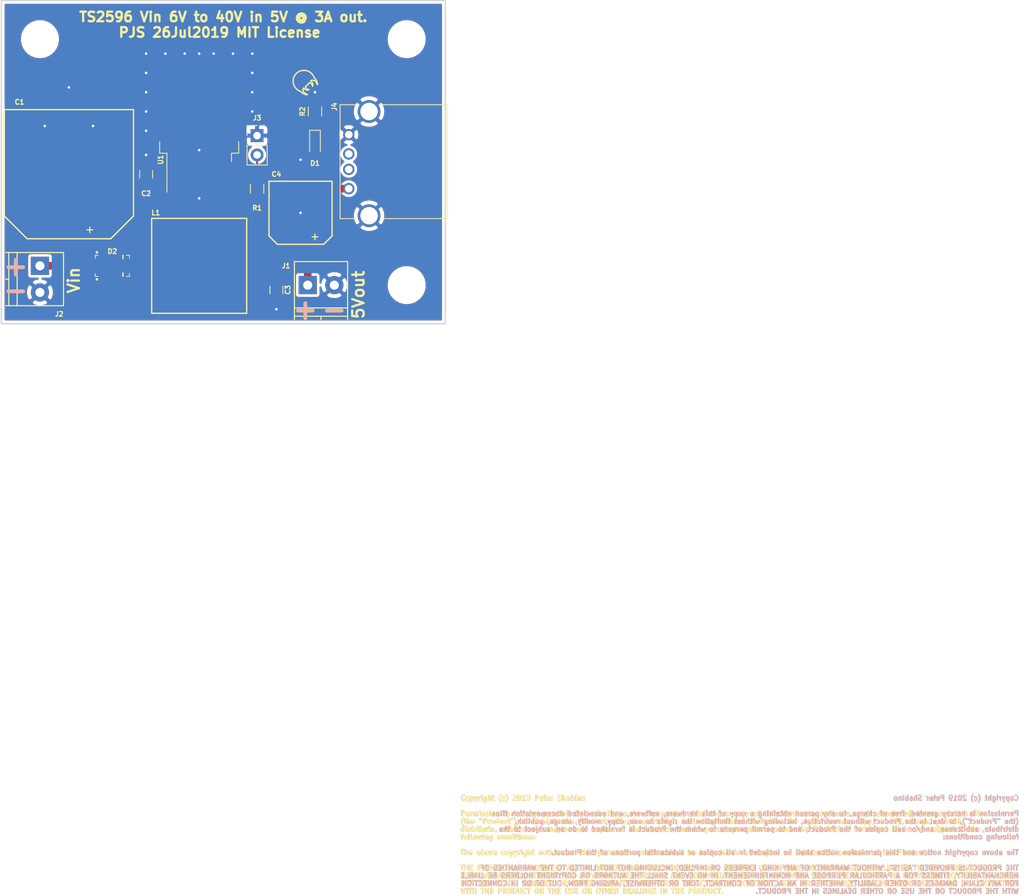
<source format=kicad_pcb>
(kicad_pcb (version 20171130) (host pcbnew "(5.1.0)-1")

  (general
    (thickness 1.6)
    (drawings 17)
    (tracks 108)
    (zones 0)
    (modules 18)
    (nets 9)
  )

  (page A4)
  (title_block
    (title "TS2596 6 to 40V to 5V @ 3A out")
    (date 2019-07-26)
    (rev V0)
    (company www.wire2wire.org)
  )

  (layers
    (0 F.Cu signal)
    (31 B.Cu signal)
    (32 B.Adhes user)
    (33 F.Adhes user)
    (34 B.Paste user)
    (35 F.Paste user hide)
    (36 B.SilkS user)
    (37 F.SilkS user)
    (38 B.Mask user)
    (39 F.Mask user)
    (40 Dwgs.User user)
    (41 Cmts.User user)
    (42 Eco1.User user)
    (43 Eco2.User user)
    (44 Edge.Cuts user)
    (45 Margin user)
    (46 B.CrtYd user)
    (47 F.CrtYd user)
    (48 B.Fab user)
    (49 F.Fab user)
  )

  (setup
    (last_trace_width 0.254)
    (user_trace_width 0.1778)
    (user_trace_width 0.254)
    (user_trace_width 0.3048)
    (user_trace_width 0.381)
    (user_trace_width 0.508)
    (user_trace_width 0.635)
    (user_trace_width 0.762)
    (user_trace_width 1.016)
    (trace_clearance 0.254)
    (zone_clearance 0.3556)
    (zone_45_only yes)
    (trace_min 0.1778)
    (via_size 0.69)
    (via_drill 0.33)
    (via_min_size 0.6858)
    (via_min_drill 0.3302)
    (user_via 0.6858 0.3302)
    (user_via 0.8636 0.508)
    (user_via 1.1176 0.762)
    (user_via 1.3716 1.016)
    (uvia_size 0.508)
    (uvia_drill 0.127)
    (uvias_allowed no)
    (uvia_min_size 0.508)
    (uvia_min_drill 0.127)
    (edge_width 0.15)
    (segment_width 0.2)
    (pcb_text_width 0.3)
    (pcb_text_size 1.5 1.5)
    (mod_edge_width 0.15)
    (mod_text_size 0.508 0.508)
    (mod_text_width 0.127)
    (pad_size 4.550001 5.25)
    (pad_drill 0)
    (pad_to_mask_clearance 0.2)
    (aux_axis_origin 139.065 111.125)
    (visible_elements 7FFDDF7F)
    (pcbplotparams
      (layerselection 0x010fc_ffffffff)
      (usegerberextensions true)
      (usegerberattributes false)
      (usegerberadvancedattributes false)
      (creategerberjobfile false)
      (excludeedgelayer true)
      (linewidth 0.100000)
      (plotframeref false)
      (viasonmask false)
      (mode 1)
      (useauxorigin false)
      (hpglpennumber 1)
      (hpglpenspeed 20)
      (hpglpendiameter 15.000000)
      (psnegative false)
      (psa4output false)
      (plotreference true)
      (plotvalue false)
      (plotinvisibletext false)
      (padsonsilk false)
      (subtractmaskfromsilk true)
      (outputformat 1)
      (mirror false)
      (drillshape 0)
      (scaleselection 1)
      (outputdirectory "Gerber/"))
  )

  (net 0 "")
  (net 1 GND)
  (net 2 +VSW)
  (net 3 +5V)
  (net 4 "Net-(D1-Pad1)")
  (net 5 "Net-(J3-Pad2)")
  (net 6 "Net-(J4-Pad3)")
  (net 7 "Net-(J4-Pad2)")
  (net 8 "Net-(D2-Pad1)")

  (net_class Default "This is the default net class."
    (clearance 0.254)
    (trace_width 0.254)
    (via_dia 0.69)
    (via_drill 0.33)
    (uvia_dia 0.508)
    (uvia_drill 0.127)
    (add_net +5V)
    (add_net +VSW)
    (add_net GND)
    (add_net "Net-(D1-Pad1)")
    (add_net "Net-(D2-Pad1)")
    (add_net "Net-(J3-Pad2)")
    (add_net "Net-(J4-Pad2)")
    (add_net "Net-(J4-Pad3)")
  )

  (module TO_SOT_Packages_SMD:TO-263-5_TabPin3 (layer F.Cu) (tedit 5D3BD9AF) (tstamp 5D3BC87C)
    (at 173.99 80.01 90)
    (descr "TO-263 / D2PAK / DDPAK SMD package, http://www.infineon.com/cms/en/product/packages/PG-TO263/PG-TO263-5-1/")
    (tags "D2PAK DDPAK TO-263 D2PAK-5 TO-263-5 SOT-426")
    (path /5D3917CA)
    (zone_connect 2)
    (attr smd)
    (fp_text reference U1 (at -3.81 -5.08 90) (layer F.SilkS)
      (effects (font (size 0.635 0.635) (thickness 0.15)))
    )
    (fp_text value TS2596 (at 0 6.65 90) (layer F.Fab)
      (effects (font (size 1 1) (thickness 0.15)))
    )
    (fp_line (start 6.5 -5) (end 7.5 -5) (layer F.Fab) (width 0.1))
    (fp_line (start 7.5 -5) (end 7.5 5) (layer F.Fab) (width 0.1))
    (fp_line (start 7.5 5) (end 6.5 5) (layer F.Fab) (width 0.1))
    (fp_line (start 6.5 -5) (end 6.5 5) (layer F.Fab) (width 0.1))
    (fp_line (start 6.5 5) (end -2.75 5) (layer F.Fab) (width 0.1))
    (fp_line (start -2.75 5) (end -2.75 -4) (layer F.Fab) (width 0.1))
    (fp_line (start -2.75 -4) (end -1.75 -5) (layer F.Fab) (width 0.1))
    (fp_line (start -1.75 -5) (end 6.5 -5) (layer F.Fab) (width 0.1))
    (fp_line (start -2.75 -3.8) (end -7.45 -3.8) (layer F.Fab) (width 0.1))
    (fp_line (start -7.45 -3.8) (end -7.45 -3) (layer F.Fab) (width 0.1))
    (fp_line (start -7.45 -3) (end -2.75 -3) (layer F.Fab) (width 0.1))
    (fp_line (start -2.75 -2.1) (end -7.45 -2.1) (layer F.Fab) (width 0.1))
    (fp_line (start -7.45 -2.1) (end -7.45 -1.3) (layer F.Fab) (width 0.1))
    (fp_line (start -7.45 -1.3) (end -2.75 -1.3) (layer F.Fab) (width 0.1))
    (fp_line (start -2.75 -0.4) (end -7.45 -0.4) (layer F.Fab) (width 0.1))
    (fp_line (start -7.45 -0.4) (end -7.45 0.4) (layer F.Fab) (width 0.1))
    (fp_line (start -7.45 0.4) (end -2.75 0.4) (layer F.Fab) (width 0.1))
    (fp_line (start -2.75 1.3) (end -7.45 1.3) (layer F.Fab) (width 0.1))
    (fp_line (start -7.45 1.3) (end -7.45 2.1) (layer F.Fab) (width 0.1))
    (fp_line (start -7.45 2.1) (end -2.75 2.1) (layer F.Fab) (width 0.1))
    (fp_line (start -2.75 3) (end -7.45 3) (layer F.Fab) (width 0.1))
    (fp_line (start -7.45 3) (end -7.45 3.8) (layer F.Fab) (width 0.1))
    (fp_line (start -7.45 3.8) (end -2.75 3.8) (layer F.Fab) (width 0.1))
    (fp_line (start -1.45 -5.2) (end -2.95 -5.2) (layer F.SilkS) (width 0.12))
    (fp_line (start -2.95 -5.2) (end -2.95 -4.25) (layer F.SilkS) (width 0.12))
    (fp_line (start -2.95 -4.25) (end -8.075 -4.25) (layer F.SilkS) (width 0.12))
    (fp_line (start -1.45 5.2) (end -2.95 5.2) (layer F.SilkS) (width 0.12))
    (fp_line (start -2.95 5.2) (end -2.95 4.25) (layer F.SilkS) (width 0.12))
    (fp_line (start -2.95 4.25) (end -4.05 4.25) (layer F.SilkS) (width 0.12))
    (fp_line (start -8.32 -5.65) (end -8.32 5.65) (layer F.CrtYd) (width 0.05))
    (fp_line (start -8.32 5.65) (end 8.32 5.65) (layer F.CrtYd) (width 0.05))
    (fp_line (start 8.32 5.65) (end 8.32 -5.65) (layer F.CrtYd) (width 0.05))
    (fp_line (start 8.32 -5.65) (end -8.32 -5.65) (layer F.CrtYd) (width 0.05))
    (fp_text user %R (at 0 0 90) (layer F.Fab)
      (effects (font (size 0.635 0.635) (thickness 0.15)))
    )
    (pad 1 smd rect (at -5.775 -3.4 90) (size 4.6 1.1) (layers F.Cu F.Paste F.Mask)
      (net 2 +VSW) (zone_connect 2))
    (pad 2 smd rect (at -5.775 -1.7 90) (size 4.6 1.1) (layers F.Cu F.Paste F.Mask)
      (net 8 "Net-(D2-Pad1)") (zone_connect 2))
    (pad 3 smd rect (at -5.775 0 90) (size 4.6 1.1) (layers F.Cu F.Paste F.Mask)
      (net 1 GND) (zone_connect 2))
    (pad 4 smd rect (at -5.775 1.7 90) (size 4.6 1.1) (layers F.Cu F.Paste F.Mask)
      (net 3 +5V) (zone_connect 2))
    (pad 5 smd rect (at -5.775 3.4 90) (size 4.6 1.1) (layers F.Cu F.Paste F.Mask)
      (net 5 "Net-(J3-Pad2)") (zone_connect 2))
    (pad 3 smd rect (at 3.375 0 90) (size 9.399999 10.800001) (layers F.Cu F.Mask)
      (net 1 GND) (zone_connect 2))
    (pad 3 smd rect (at 5.8 2.775 90) (size 4.550001 5.25) (layers F.Cu F.Paste)
      (net 1 GND) (zone_connect 2))
    (pad 3 smd rect (at 0.95 -2.775 90) (size 4.550001 5.25) (layers F.Cu F.Paste)
      (net 1 GND) (zone_connect 2))
    (pad 3 smd rect (at 5.8 -2.775 90) (size 4.550001 5.25) (layers F.Cu F.Paste)
      (net 1 GND) (zone_connect 2))
    (pad 3 smd rect (at 0.95 2.775 90) (size 4.550001 5.25) (layers F.Cu F.Paste)
      (net 1 GND) (zone_connect 2))
    (model ${KISYS3DMOD}/TO_SOT_Packages_SMD.3dshapes/TO-263-5_TabPin3.wrl
      (at (xyz 0 0 0))
      (scale (xyz 1 1 1))
      (rotate (xyz 0 0 0))
    )
  )

  (module PJS_smt_parts:EEE-HA1AxxxUP (layer F.Cu) (tedit 5D3BD643) (tstamp 5D3BC80F)
    (at 187.325 90.805)
    (path /5D397E9B)
    (fp_text reference C4 (at -3.175 -5.08 180) (layer F.SilkS)
      (effects (font (size 0.635 0.635) (thickness 0.15)))
    )
    (fp_text value 470uF (at -5 0 90) (layer F.Fab)
      (effects (font (size 1 1) (thickness 0.15)))
    )
    (fp_text user + (at 1.9 3.1) (layer F.SilkS)
      (effects (font (size 1 1) (thickness 0.15)))
    )
    (fp_line (start -4.15 3.05) (end -4.15 -4.15) (layer F.SilkS) (width 0.18))
    (fp_line (start -3.05 4.15) (end -4.15 3.05) (layer F.SilkS) (width 0.18))
    (fp_line (start 3.05 4.15) (end -3.05 4.15) (layer F.SilkS) (width 0.18))
    (fp_line (start 4.15 3.05) (end 3.05 4.15) (layer F.SilkS) (width 0.18))
    (fp_line (start 4.15 -4.15) (end 4.15 3.05) (layer F.SilkS) (width 0.18))
    (fp_line (start -4.15 -4.15) (end 4.15 -4.15) (layer F.SilkS) (width 0.18))
    (pad 2 smd rect (at 0 -3.55) (size 2 4) (layers F.Cu F.Paste F.Mask)
      (net 1 GND))
    (pad 1 smd rect (at 0 3.55) (size 2 4) (layers F.Cu F.Paste F.Mask)
      (net 3 +5V))
  )

  (module Mounting_Holes:MountingHole_4.3mm_M4 (layer F.Cu) (tedit 56D1B4CB) (tstamp 5D3BE1A5)
    (at 201.295 67.945)
    (descr "Mounting Hole 4.3mm, no annular, M4")
    (tags "mounting hole 4.3mm no annular m4")
    (attr virtual)
    (fp_text reference REF** (at 2.54 -7.62) (layer F.SilkS) hide
      (effects (font (size 0.635 0.635) (thickness 0.15)))
    )
    (fp_text value MountingHole_4.3mm_M4 (at 0 5.3) (layer F.Fab)
      (effects (font (size 1 1) (thickness 0.15)))
    )
    (fp_text user %R (at 0.3 0) (layer F.Fab)
      (effects (font (size 0.635 0.635) (thickness 0.15)))
    )
    (fp_circle (center 0 0) (end 4.3 0) (layer Cmts.User) (width 0.15))
    (fp_circle (center 0 0) (end 4.55 0) (layer F.CrtYd) (width 0.05))
    (pad 1 np_thru_hole circle (at 0 0) (size 4.3 4.3) (drill 4.3) (layers *.Cu *.Mask))
  )

  (module Mounting_Holes:MountingHole_4.3mm_M4 (layer F.Cu) (tedit 56D1B4CB) (tstamp 5D3BE699)
    (at 201.295 100.33)
    (descr "Mounting Hole 4.3mm, no annular, M4")
    (tags "mounting hole 4.3mm no annular m4")
    (attr virtual)
    (fp_text reference REF** (at 8.255 -3.175) (layer F.SilkS) hide
      (effects (font (size 0.635 0.635) (thickness 0.15)))
    )
    (fp_text value MountingHole_4.3mm_M4 (at 0 5.3) (layer F.Fab)
      (effects (font (size 1 1) (thickness 0.15)))
    )
    (fp_text user %R (at 0.3 0) (layer F.Fab)
      (effects (font (size 0.635 0.635) (thickness 0.15)))
    )
    (fp_circle (center 0 0) (end 4.3 0) (layer Cmts.User) (width 0.15))
    (fp_circle (center 0 0) (end 4.55 0) (layer F.CrtYd) (width 0.05))
    (pad 1 np_thru_hole circle (at 0 0) (size 4.3 4.3) (drill 4.3) (layers *.Cu *.Mask))
  )

  (module Mounting_Holes:MountingHole_4.3mm_M4 (layer F.Cu) (tedit 56D1B4CB) (tstamp 5D3BE193)
    (at 153.035 67.945)
    (descr "Mounting Hole 4.3mm, no annular, M4")
    (tags "mounting hole 4.3mm no annular m4")
    (attr virtual)
    (fp_text reference REF** (at -1.27 -7.62) (layer F.SilkS) hide
      (effects (font (size 0.635 0.635) (thickness 0.15)))
    )
    (fp_text value MountingHole_4.3mm_M4 (at 0 5.3) (layer F.Fab)
      (effects (font (size 1 1) (thickness 0.15)))
    )
    (fp_text user %R (at 0.3 0) (layer F.Fab)
      (effects (font (size 0.635 0.635) (thickness 0.15)))
    )
    (fp_circle (center 0 0) (end 4.3 0) (layer Cmts.User) (width 0.15))
    (fp_circle (center 0 0) (end 4.55 0) (layer F.CrtYd) (width 0.05))
    (pad 1 np_thru_hole circle (at 0 0) (size 4.3 4.3) (drill 4.3) (layers *.Cu *.Mask))
  )

  (module digikey-footprints:DO-214AC (layer F.Cu) (tedit 5D3BCA07) (tstamp 5D3BC835)
    (at 162.56 97.79 180)
    (path /5D399B7C)
    (fp_text reference D2 (at 0 1.905) (layer F.SilkS)
      (effects (font (size 0.635 0.635) (thickness 0.15)))
    )
    (fp_text value TSSA3U45 (at 0 2.45 180) (layer F.Fab)
      (effects (font (size 1 1) (thickness 0.15)))
    )
    (fp_line (start -2.15 -1.3) (end -2.15 1.3) (layer F.Fab) (width 0.1))
    (fp_line (start 2.15 -1.3) (end 2.15 1.3) (layer F.Fab) (width 0.1))
    (fp_line (start -2.15 -1.3) (end 2.15 -1.3) (layer F.Fab) (width 0.1))
    (fp_line (start -2.15 1.3) (end 2.15 1.3) (layer F.Fab) (width 0.1))
    (fp_text user %R (at 0.40894 0 180) (layer F.Fab)
      (effects (font (size 0.635 0.635) (thickness 0.075)))
    )
    (fp_line (start 2.25 -1.4) (end 2.25 -1) (layer F.SilkS) (width 0.1))
    (fp_line (start 2.25 -1.4) (end 1.85 -1.4) (layer F.SilkS) (width 0.1))
    (fp_line (start -2.25 -1.4) (end -1.85 -1.4) (layer F.SilkS) (width 0.1))
    (fp_line (start -2.25 -1.4) (end -2.25 -1) (layer F.SilkS) (width 0.1))
    (fp_line (start -2.25 1.4) (end -2.25 1) (layer F.SilkS) (width 0.1))
    (fp_line (start -2.25 1.4) (end -1.85 1.4) (layer F.SilkS) (width 0.1))
    (fp_line (start 2.25 1.4) (end 2.25 1) (layer F.SilkS) (width 0.1))
    (fp_line (start 2.25 1.4) (end 1.85 1.4) (layer F.SilkS) (width 0.1))
    (fp_line (start -3.5 -1.55) (end -3.5 1.55) (layer F.CrtYd) (width 0.05))
    (fp_line (start 3.5 -1.55) (end 3.5 1.55) (layer F.CrtYd) (width 0.05))
    (fp_line (start -3.5 -1.55) (end 3.5 -1.55) (layer F.CrtYd) (width 0.05))
    (fp_line (start -3.5 1.55) (end 3.5 1.55) (layer F.CrtYd) (width 0.05))
    (fp_line (start -1.36398 -1.39954) (end -1.44018 -1.39954) (layer F.SilkS) (width 0.1))
    (fp_line (start -1.36398 -0.93472) (end -1.36398 -1.39954) (layer F.SilkS) (width 0.1))
    (fp_line (start -1.44018 -0.93472) (end -1.36398 -0.93472) (layer F.SilkS) (width 0.1))
    (fp_line (start -1.44018 -1.39954) (end -1.44018 -0.93472) (layer F.SilkS) (width 0.1))
    (fp_line (start -1.36398 1.40208) (end -1.44018 1.40208) (layer F.SilkS) (width 0.1))
    (fp_line (start -1.36398 0.94234) (end -1.36398 1.40208) (layer F.SilkS) (width 0.1))
    (fp_line (start -1.44018 0.94234) (end -1.36398 0.94234) (layer F.SilkS) (width 0.1))
    (fp_line (start -1.44018 1.40208) (end -1.44018 0.94234) (layer F.SilkS) (width 0.1))
    (fp_line (start -1.36144 -1.30048) (end -1.44018 -1.30048) (layer F.Fab) (width 0.1))
    (fp_line (start -1.36398 1.30048) (end -1.36144 -1.30048) (layer F.Fab) (width 0.1))
    (fp_line (start -1.44018 1.30048) (end -1.36398 1.30048) (layer F.Fab) (width 0.1))
    (fp_line (start -1.44018 -1.30048) (end -1.44018 1.30048) (layer F.Fab) (width 0.1))
    (pad 1 smd rect (at -2 0 180) (size 2.5 1.7) (layers F.Cu F.Paste F.Mask)
      (net 8 "Net-(D2-Pad1)"))
    (pad 2 smd rect (at 2 0 180) (size 2.5 1.7) (layers F.Cu F.Paste F.Mask)
      (net 1 GND))
  )

  (module Resistors_SMD:R_0805 (layer F.Cu) (tedit 58E0A804) (tstamp 5D3BC879)
    (at 189.23 77.47 90)
    (descr "Resistor SMD 0805, reflow soldering, Vishay (see dcrcw.pdf)")
    (tags "resistor 0805")
    (path /5D3C8788)
    (attr smd)
    (fp_text reference R2 (at 0 -1.65 90) (layer F.SilkS)
      (effects (font (size 0.635 0.635) (thickness 0.15)))
    )
    (fp_text value 1k (at 0 1.75 90) (layer F.Fab)
      (effects (font (size 1 1) (thickness 0.15)))
    )
    (fp_text user %R (at 0 0 90) (layer F.Fab)
      (effects (font (size 0.635 0.635) (thickness 0.075)))
    )
    (fp_line (start -1 0.62) (end -1 -0.62) (layer F.Fab) (width 0.1))
    (fp_line (start 1 0.62) (end -1 0.62) (layer F.Fab) (width 0.1))
    (fp_line (start 1 -0.62) (end 1 0.62) (layer F.Fab) (width 0.1))
    (fp_line (start -1 -0.62) (end 1 -0.62) (layer F.Fab) (width 0.1))
    (fp_line (start 0.6 0.88) (end -0.6 0.88) (layer F.SilkS) (width 0.12))
    (fp_line (start -0.6 -0.88) (end 0.6 -0.88) (layer F.SilkS) (width 0.12))
    (fp_line (start -1.55 -0.9) (end 1.55 -0.9) (layer F.CrtYd) (width 0.05))
    (fp_line (start -1.55 -0.9) (end -1.55 0.9) (layer F.CrtYd) (width 0.05))
    (fp_line (start 1.55 0.9) (end 1.55 -0.9) (layer F.CrtYd) (width 0.05))
    (fp_line (start 1.55 0.9) (end -1.55 0.9) (layer F.CrtYd) (width 0.05))
    (pad 1 smd rect (at -0.95 0 90) (size 0.7 1.3) (layers F.Cu F.Paste F.Mask)
      (net 4 "Net-(D1-Pad1)"))
    (pad 2 smd rect (at 0.95 0 90) (size 0.7 1.3) (layers F.Cu F.Paste F.Mask)
      (net 1 GND))
    (model ${KISYS3DMOD}/Resistors_SMD.3dshapes/R_0805.wrl
      (at (xyz 0 0 0))
      (scale (xyz 1 1 1))
      (rotate (xyz 0 0 0))
    )
  )

  (module Resistors_SMD:R_0805 (layer F.Cu) (tedit 58E0A804) (tstamp 5D3BC876)
    (at 181.61 87.63 270)
    (descr "Resistor SMD 0805, reflow soldering, Vishay (see dcrcw.pdf)")
    (tags "resistor 0805")
    (path /5D3A2D6F)
    (attr smd)
    (fp_text reference R1 (at 2.54 0) (layer F.SilkS)
      (effects (font (size 0.635 0.635) (thickness 0.15)))
    )
    (fp_text value 10k (at 0 1.75 270) (layer F.Fab)
      (effects (font (size 1 1) (thickness 0.15)))
    )
    (fp_text user %R (at 0 0 270) (layer F.Fab)
      (effects (font (size 0.635 0.635) (thickness 0.075)))
    )
    (fp_line (start -1 0.62) (end -1 -0.62) (layer F.Fab) (width 0.1))
    (fp_line (start 1 0.62) (end -1 0.62) (layer F.Fab) (width 0.1))
    (fp_line (start 1 -0.62) (end 1 0.62) (layer F.Fab) (width 0.1))
    (fp_line (start -1 -0.62) (end 1 -0.62) (layer F.Fab) (width 0.1))
    (fp_line (start 0.6 0.88) (end -0.6 0.88) (layer F.SilkS) (width 0.12))
    (fp_line (start -0.6 -0.88) (end 0.6 -0.88) (layer F.SilkS) (width 0.12))
    (fp_line (start -1.55 -0.9) (end 1.55 -0.9) (layer F.CrtYd) (width 0.05))
    (fp_line (start -1.55 -0.9) (end -1.55 0.9) (layer F.CrtYd) (width 0.05))
    (fp_line (start 1.55 0.9) (end 1.55 -0.9) (layer F.CrtYd) (width 0.05))
    (fp_line (start 1.55 0.9) (end -1.55 0.9) (layer F.CrtYd) (width 0.05))
    (pad 1 smd rect (at -0.95 0 270) (size 0.7 1.3) (layers F.Cu F.Paste F.Mask)
      (net 5 "Net-(J3-Pad2)"))
    (pad 2 smd rect (at 0.95 0 270) (size 0.7 1.3) (layers F.Cu F.Paste F.Mask)
      (net 1 GND))
    (model ${KISYS3DMOD}/Resistors_SMD.3dshapes/R_0805.wrl
      (at (xyz 0 0 0))
      (scale (xyz 1 1 1))
      (rotate (xyz 0 0 0))
    )
  )

  (module Bourns:SRP1265A (layer F.Cu) (tedit 5D3BAE0C) (tstamp 5D3BC873)
    (at 173.99 97.79)
    (path /5D39CAC9)
    (fp_text reference L1 (at -5.715 -6.985) (layer F.SilkS)
      (effects (font (size 0.635 0.635) (thickness 0.15)))
    )
    (fp_text value 47uH (at 0 -5.25) (layer F.Fab)
      (effects (font (size 1 1) (thickness 0.15)))
    )
    (fp_line (start -6.25 6.25) (end -6.25 -6.25) (layer F.SilkS) (width 0.18))
    (fp_line (start 6.25 6.25) (end -6.25 6.25) (layer F.SilkS) (width 0.18))
    (fp_line (start 6.25 -6.25) (end 6.25 6.25) (layer F.SilkS) (width 0.18))
    (fp_line (start -6.25 -6.25) (end 6.25 -6.25) (layer F.SilkS) (width 0.18))
    (pad 2 smd rect (at 5.55 0) (size 3.1 5) (layers F.Cu F.Paste F.Mask)
      (net 3 +5V))
    (pad 1 smd rect (at -5.55 0) (size 3.1 5) (layers F.Cu F.Paste F.Mask)
      (net 8 "Net-(D2-Pad1)"))
  )

  (module Connectors:USB_A (layer F.Cu) (tedit 5543E289) (tstamp 5D3BC869)
    (at 193.675 87.63 90)
    (descr "USB A connector")
    (tags "USB USB_A")
    (path /5D3AFD5D)
    (fp_text reference J4 (at 10.795 -1.905 90) (layer F.SilkS)
      (effects (font (size 0.635 0.635) (thickness 0.15)))
    )
    (fp_text value USB_A (at 3.84 7.44 90) (layer F.Fab)
      (effects (font (size 1 1) (thickness 0.15)))
    )
    (fp_line (start -5.3 13.2) (end -5.3 -1.4) (layer F.CrtYd) (width 0.05))
    (fp_line (start 11.95 -1.4) (end 11.95 13.2) (layer F.CrtYd) (width 0.05))
    (fp_line (start -5.3 13.2) (end 11.95 13.2) (layer F.CrtYd) (width 0.05))
    (fp_line (start -5.3 -1.4) (end 11.95 -1.4) (layer F.CrtYd) (width 0.05))
    (fp_line (start 11.05 -1.14) (end 11.05 1.19) (layer F.SilkS) (width 0.12))
    (fp_line (start -3.94 -1.14) (end -3.94 0.98) (layer F.SilkS) (width 0.12))
    (fp_line (start 11.05 -1.14) (end -3.94 -1.14) (layer F.SilkS) (width 0.12))
    (fp_line (start 11.05 12.95) (end -3.94 12.95) (layer F.SilkS) (width 0.12))
    (fp_line (start 11.05 4.15) (end 11.05 12.95) (layer F.SilkS) (width 0.12))
    (fp_line (start -3.94 4.35) (end -3.94 12.95) (layer F.SilkS) (width 0.12))
    (pad 4 thru_hole circle (at 7.11 0) (size 1.5 1.5) (drill 1) (layers *.Cu *.Mask)
      (net 1 GND))
    (pad 3 thru_hole circle (at 4.57 0) (size 1.5 1.5) (drill 1) (layers *.Cu *.Mask)
      (net 6 "Net-(J4-Pad3)"))
    (pad 2 thru_hole circle (at 2.54 0) (size 1.5 1.5) (drill 1) (layers *.Cu *.Mask)
      (net 7 "Net-(J4-Pad2)"))
    (pad 1 thru_hole circle (at 0 0) (size 1.5 1.5) (drill 1) (layers *.Cu *.Mask)
      (net 3 +5V))
    (pad 5 thru_hole circle (at 10.16 2.67) (size 3 3) (drill 2.3) (layers *.Cu *.Mask)
      (net 1 GND))
    (pad 5 thru_hole circle (at -3.56 2.67) (size 3 3) (drill 2.3) (layers *.Cu *.Mask)
      (net 1 GND))
    (model ${KISYS3DMOD}/Connectors.3dshapes/USB_A.wrl
      (offset (xyz 3.555999946594238 0 0))
      (scale (xyz 1 1 1))
      (rotate (xyz 0 0 90))
    )
  )

  (module Pin_Headers:Pin_Header_Straight_1x02_Pitch2.54mm (layer F.Cu) (tedit 59650532) (tstamp 5D3BC866)
    (at 181.61 80.645)
    (descr "Through hole straight pin header, 1x02, 2.54mm pitch, single row")
    (tags "Through hole pin header THT 1x02 2.54mm single row")
    (path /5D3BC6AC)
    (fp_text reference J3 (at 0 -2.33) (layer F.SilkS)
      (effects (font (size 0.635 0.635) (thickness 0.15)))
    )
    (fp_text value Header (at 0 4.87) (layer F.Fab)
      (effects (font (size 1 1) (thickness 0.15)))
    )
    (fp_line (start -0.635 -1.27) (end 1.27 -1.27) (layer F.Fab) (width 0.1))
    (fp_line (start 1.27 -1.27) (end 1.27 3.81) (layer F.Fab) (width 0.1))
    (fp_line (start 1.27 3.81) (end -1.27 3.81) (layer F.Fab) (width 0.1))
    (fp_line (start -1.27 3.81) (end -1.27 -0.635) (layer F.Fab) (width 0.1))
    (fp_line (start -1.27 -0.635) (end -0.635 -1.27) (layer F.Fab) (width 0.1))
    (fp_line (start -1.33 3.87) (end 1.33 3.87) (layer F.SilkS) (width 0.12))
    (fp_line (start -1.33 1.27) (end -1.33 3.87) (layer F.SilkS) (width 0.12))
    (fp_line (start 1.33 1.27) (end 1.33 3.87) (layer F.SilkS) (width 0.12))
    (fp_line (start -1.33 1.27) (end 1.33 1.27) (layer F.SilkS) (width 0.12))
    (fp_line (start -1.33 0) (end -1.33 -1.33) (layer F.SilkS) (width 0.12))
    (fp_line (start -1.33 -1.33) (end 0 -1.33) (layer F.SilkS) (width 0.12))
    (fp_line (start -1.8 -1.8) (end -1.8 4.35) (layer F.CrtYd) (width 0.05))
    (fp_line (start -1.8 4.35) (end 1.8 4.35) (layer F.CrtYd) (width 0.05))
    (fp_line (start 1.8 4.35) (end 1.8 -1.8) (layer F.CrtYd) (width 0.05))
    (fp_line (start 1.8 -1.8) (end -1.8 -1.8) (layer F.CrtYd) (width 0.05))
    (fp_text user %R (at 0 1.27 90) (layer F.Fab)
      (effects (font (size 0.635 0.635) (thickness 0.15)))
    )
    (pad 1 thru_hole rect (at 0 0) (size 1.7 1.7) (drill 1) (layers *.Cu *.Mask)
      (net 1 GND))
    (pad 2 thru_hole oval (at 0 2.54) (size 1.7 1.7) (drill 1) (layers *.Cu *.Mask)
      (net 5 "Net-(J3-Pad2)"))
    (model ${KISYS3DMOD}/Pin_Headers.3dshapes/Pin_Header_Straight_1x02_Pitch2.54mm.wrl
      (at (xyz 0 0 0))
      (scale (xyz 1 1 1))
      (rotate (xyz 0 0 0))
    )
  )

  (module TerminalBlocks_Phoenix:TerminalBlock_Phoenix_PT-3.5mm_2pol (layer F.Cu) (tedit 59FF0756) (tstamp 5D3BC863)
    (at 153.035 97.79 270)
    (descr "2-way 3.5mm pitch terminal block, Phoenix PT series")
    (path /5D3AC16C)
    (fp_text reference J2 (at 6.35 -2.54) (layer F.SilkS)
      (effects (font (size 0.635 0.635) (thickness 0.15)))
    )
    (fp_text value "3.5mm screw" (at 1.75 6 270) (layer F.Fab)
      (effects (font (size 1 1) (thickness 0.15)))
    )
    (fp_text user %R (at 1.75 0 270) (layer F.Fab)
      (effects (font (size 0.635 0.635) (thickness 0.15)))
    )
    (fp_line (start -1.9 -3.3) (end 5.4 -3.3) (layer F.CrtYd) (width 0.05))
    (fp_line (start -1.9 4.7) (end -1.9 -3.3) (layer F.CrtYd) (width 0.05))
    (fp_line (start 5.4 4.7) (end -1.9 4.7) (layer F.CrtYd) (width 0.05))
    (fp_line (start 5.4 -3.3) (end 5.4 4.7) (layer F.CrtYd) (width 0.05))
    (fp_line (start 1.75 4.1) (end 1.75 4.5) (layer F.SilkS) (width 0.15))
    (fp_line (start -1.75 3) (end 5.25 3) (layer F.SilkS) (width 0.15))
    (fp_line (start -1.75 4.1) (end 5.25 4.1) (layer F.SilkS) (width 0.15))
    (fp_line (start -1.75 -3.1) (end -1.75 4.5) (layer F.SilkS) (width 0.15))
    (fp_line (start 5.25 4.5) (end 5.25 -3.1) (layer F.SilkS) (width 0.15))
    (fp_line (start 5.25 -3.1) (end -1.75 -3.1) (layer F.SilkS) (width 0.15))
    (pad 2 thru_hole circle (at 3.5 0 270) (size 2.4 2.4) (drill 1.2) (layers *.Cu *.Mask)
      (net 1 GND))
    (pad 1 thru_hole rect (at 0 0 270) (size 2.4 2.4) (drill 1.2) (layers *.Cu *.Mask)
      (net 2 +VSW))
    (model ${KISYS3DMOD}/TerminalBlock_Phoenix.3dshapes/TerminalBlock_Phoenix_PT-3.5mm_2pol.wrl
      (at (xyz 0 0 0))
      (scale (xyz 1 1 1))
      (rotate (xyz 0 0 0))
    )
  )

  (module TerminalBlocks_Phoenix:TerminalBlock_Phoenix_PT-3.5mm_2pol (layer F.Cu) (tedit 59FF0756) (tstamp 5D3BC860)
    (at 188.27 100.33)
    (descr "2-way 3.5mm pitch terminal block, Phoenix PT series")
    (path /5D3AE266)
    (fp_text reference J1 (at -2.85 -2.54) (layer F.SilkS)
      (effects (font (size 0.635 0.635) (thickness 0.15)))
    )
    (fp_text value "3.5mm screw" (at 1.75 6) (layer F.Fab)
      (effects (font (size 1 1) (thickness 0.15)))
    )
    (fp_text user %R (at 1.75 0) (layer F.Fab)
      (effects (font (size 0.635 0.635) (thickness 0.15)))
    )
    (fp_line (start -1.9 -3.3) (end 5.4 -3.3) (layer F.CrtYd) (width 0.05))
    (fp_line (start -1.9 4.7) (end -1.9 -3.3) (layer F.CrtYd) (width 0.05))
    (fp_line (start 5.4 4.7) (end -1.9 4.7) (layer F.CrtYd) (width 0.05))
    (fp_line (start 5.4 -3.3) (end 5.4 4.7) (layer F.CrtYd) (width 0.05))
    (fp_line (start 1.75 4.1) (end 1.75 4.5) (layer F.SilkS) (width 0.15))
    (fp_line (start -1.75 3) (end 5.25 3) (layer F.SilkS) (width 0.15))
    (fp_line (start -1.75 4.1) (end 5.25 4.1) (layer F.SilkS) (width 0.15))
    (fp_line (start -1.75 -3.1) (end -1.75 4.5) (layer F.SilkS) (width 0.15))
    (fp_line (start 5.25 4.5) (end 5.25 -3.1) (layer F.SilkS) (width 0.15))
    (fp_line (start 5.25 -3.1) (end -1.75 -3.1) (layer F.SilkS) (width 0.15))
    (pad 2 thru_hole circle (at 3.5 0) (size 2.4 2.4) (drill 1.2) (layers *.Cu *.Mask)
      (net 1 GND))
    (pad 1 thru_hole rect (at 0 0) (size 2.4 2.4) (drill 1.2) (layers *.Cu *.Mask)
      (net 3 +5V))
    (model ${KISYS3DMOD}/TerminalBlock_Phoenix.3dshapes/TerminalBlock_Phoenix_PT-3.5mm_2pol.wrl
      (at (xyz 0 0 0))
      (scale (xyz 1 1 1))
      (rotate (xyz 0 0 0))
    )
  )

  (module PJS-icons:metroid (layer F.Cu) (tedit 5A0106A6) (tstamp 5D3BC85D)
    (at 187.774013 73.474013 45)
    (path /5D392714)
    (fp_text reference icon1 (at 0 2.54 45) (layer F.Fab) hide
      (effects (font (size 0.635 0.635) (thickness 0.15)))
    )
    (fp_text value Metroid (at 0 -2.54 45) (layer F.SilkS) hide
      (effects (font (size 1.5 1.5) (thickness 0.15)))
    )
    (fp_arc (start 0 0) (end -1.27 0.635) (angle 233.1) (layer F.SilkS) (width 0.1778))
    (fp_arc (start -1.1684 0.0254) (end -1.27 -0.4064) (angle 90) (layer F.Cu) (width 0.1778))
    (fp_arc (start 0.2286 -0.8382) (end 0 -0.8636) (angle 90) (layer F.Cu) (width 0.1778))
    (fp_arc (start 0.254 -1.3208) (end 0.508 -1.3208) (angle 90) (layer F.Cu) (width 0.1778))
    (fp_arc (start 0.038519 0.727991) (end -1.27 0.635) (angle -45) (layer F.SilkS) (width 0.1778))
    (fp_arc (start -0.47625 1.11125) (end -0.79375 0.635) (angle -90) (layer F.SilkS) (width 0.1778))
    (fp_line (start -0.9525 1.5875) (end -0.9525 1.42875) (layer F.SilkS) (width 0.1778))
    (fp_line (start -0.79375 0.635) (end -0.635 0.635) (layer F.SilkS) (width 0.1778))
    (fp_arc (start -0.15748 0.79375) (end -0.635 0.635) (angle -90) (layer F.SilkS) (width 0.1778))
    (fp_arc (start 0 0.9525) (end -0.3175 0.635) (angle -90) (layer F.SilkS) (width 0.1778))
    (fp_arc (start 0 -0.317497) (end 0.3175 0.635) (angle 36.9) (layer F.SilkS) (width 0.1778))
    (fp_arc (start 0 0.9525) (end 0.3175 0.635) (angle 90) (layer F.SilkS) (width 0.1778))
    (fp_arc (start 0.15748 0.79375) (end 0.635 0.635) (angle 90) (layer F.SilkS) (width 0.1778))
    (fp_line (start 0.79375 0.635) (end 0.635 0.635) (layer F.SilkS) (width 0.1778))
    (fp_line (start 0.9525 1.5875) (end 0.9525 1.42875) (layer F.SilkS) (width 0.1778))
    (fp_arc (start 0.47625 1.11125) (end 0.79375 0.635) (angle 90) (layer F.SilkS) (width 0.1778))
    (fp_arc (start -0.038519 0.727991) (end 1.27 0.635) (angle 45) (layer F.SilkS) (width 0.1778))
    (fp_arc (start -0.038519 0.727991) (end 1.27 0.635) (angle 45) (layer F.Cu) (width 0.1778))
    (fp_arc (start 0.47625 1.11125) (end 0.79375 0.635) (angle 90) (layer F.Cu) (width 0.1778))
    (fp_line (start 0.9525 1.5875) (end 0.9525 1.42875) (layer F.Cu) (width 0.1778))
    (fp_line (start 0.79375 0.635) (end 0.635 0.635) (layer F.Cu) (width 0.1778))
    (fp_arc (start 0.15748 0.79375) (end 0.635 0.635) (angle 90) (layer F.Cu) (width 0.1778))
    (fp_arc (start 0 0.9525) (end 0.3175 0.635) (angle 90) (layer F.Cu) (width 0.1778))
    (fp_arc (start 0 -0.317497) (end 0.3175 0.635) (angle 36.9) (layer F.Cu) (width 0.1778))
    (fp_arc (start 0 0.9525) (end -0.3175 0.635) (angle -90) (layer F.Cu) (width 0.1778))
    (fp_arc (start -0.15748 0.79375) (end -0.635 0.635) (angle -90) (layer F.Cu) (width 0.1778))
    (fp_line (start -0.79375 0.635) (end -0.635 0.635) (layer F.Cu) (width 0.1778))
    (fp_line (start -0.9525 1.5875) (end -0.9525 1.42875) (layer F.Cu) (width 0.1778))
    (fp_arc (start -0.47625 1.11125) (end -0.79375 0.635) (angle -90) (layer F.Cu) (width 0.1778))
    (fp_arc (start 0.038519 0.727991) (end -1.27 0.635) (angle -45) (layer F.Cu) (width 0.1778))
    (fp_arc (start 0 0) (end -1.27 0.635) (angle 233.1) (layer F.Cu) (width 0.1778))
    (fp_arc (start 0.839684 -0.269991) (end 1.1176 -0.0762) (angle 92.3) (layer F.Cu) (width 0.1778))
    (fp_arc (start 1.260669 0.027866) (end 1.1176 -0.0762) (angle 82.9) (layer F.Cu) (width 0.1778))
    (pad "" smd circle (at 0 -0.635 45) (size 0.635 0.635) (layers F.Cu F.Paste F.Mask))
    (pad "" smd circle (at 0.635 0 45) (size 0.635 0.635) (layers F.Cu F.Paste F.Mask))
    (pad "" smd circle (at -0.635 0 45) (size 0.635 0.635) (layers F.Cu F.Paste F.Mask))
  )

  (module LEDs:LED_0805 (layer F.Cu) (tedit 59959803) (tstamp 5D3BC812)
    (at 189.23 81.745 270)
    (descr "LED 0805 smd package")
    (tags "LED led 0805 SMD smd SMT smt smdled SMDLED smtled SMTLED")
    (path /5D3C76CA)
    (attr smd)
    (fp_text reference D1 (at 2.54 0) (layer F.SilkS)
      (effects (font (size 0.635 0.635) (thickness 0.15)))
    )
    (fp_text value Red (at 0 1.55 270) (layer F.Fab)
      (effects (font (size 1 1) (thickness 0.15)))
    )
    (fp_line (start -1.8 -0.7) (end -1.8 0.7) (layer F.SilkS) (width 0.12))
    (fp_line (start -0.4 -0.4) (end -0.4 0.4) (layer F.Fab) (width 0.1))
    (fp_line (start -0.4 0) (end 0.2 -0.4) (layer F.Fab) (width 0.1))
    (fp_line (start 0.2 0.4) (end -0.4 0) (layer F.Fab) (width 0.1))
    (fp_line (start 0.2 -0.4) (end 0.2 0.4) (layer F.Fab) (width 0.1))
    (fp_line (start 1 0.6) (end -1 0.6) (layer F.Fab) (width 0.1))
    (fp_line (start 1 -0.6) (end 1 0.6) (layer F.Fab) (width 0.1))
    (fp_line (start -1 -0.6) (end 1 -0.6) (layer F.Fab) (width 0.1))
    (fp_line (start -1 0.6) (end -1 -0.6) (layer F.Fab) (width 0.1))
    (fp_line (start -1.8 0.7) (end 1 0.7) (layer F.SilkS) (width 0.12))
    (fp_line (start -1.8 -0.7) (end 1 -0.7) (layer F.SilkS) (width 0.12))
    (fp_line (start 1.95 -0.85) (end 1.95 0.85) (layer F.CrtYd) (width 0.05))
    (fp_line (start 1.95 0.85) (end -1.95 0.85) (layer F.CrtYd) (width 0.05))
    (fp_line (start -1.95 0.85) (end -1.95 -0.85) (layer F.CrtYd) (width 0.05))
    (fp_line (start -1.95 -0.85) (end 1.95 -0.85) (layer F.CrtYd) (width 0.05))
    (fp_text user %R (at 0 -1.25 270) (layer F.Fab)
      (effects (font (size 0.635 0.635) (thickness 0.1)))
    )
    (pad 2 smd rect (at 1.1 0 90) (size 1.2 1.2) (layers F.Cu F.Paste F.Mask)
      (net 3 +5V))
    (pad 1 smd rect (at -1.1 0 90) (size 1.2 1.2) (layers F.Cu F.Paste F.Mask)
      (net 4 "Net-(D1-Pad1)"))
    (model ${KISYS3DMOD}/LEDs.3dshapes/LED_0805.wrl
      (at (xyz 0 0 0))
      (scale (xyz 1 1 1))
      (rotate (xyz 0 0 180))
    )
  )

  (module Capacitors_SMD:C_0805 (layer F.Cu) (tedit 58AA8463) (tstamp 5D3C0457)
    (at 184.15 100.965 270)
    (descr "Capacitor SMD 0805, reflow soldering, AVX (see smccp.pdf)")
    (tags "capacitor 0805")
    (path /5D394CA9)
    (attr smd)
    (fp_text reference C3 (at 0 -1.5 270) (layer F.SilkS)
      (effects (font (size 0.635 0.635) (thickness 0.15)))
    )
    (fp_text value 0.1uF (at 0 1.75 270) (layer F.Fab)
      (effects (font (size 1 1) (thickness 0.15)))
    )
    (fp_text user %R (at 0 -1.5 270) (layer F.Fab)
      (effects (font (size 0.635 0.635) (thickness 0.15)))
    )
    (fp_line (start -1 0.62) (end -1 -0.62) (layer F.Fab) (width 0.1))
    (fp_line (start 1 0.62) (end -1 0.62) (layer F.Fab) (width 0.1))
    (fp_line (start 1 -0.62) (end 1 0.62) (layer F.Fab) (width 0.1))
    (fp_line (start -1 -0.62) (end 1 -0.62) (layer F.Fab) (width 0.1))
    (fp_line (start 0.5 -0.85) (end -0.5 -0.85) (layer F.SilkS) (width 0.12))
    (fp_line (start -0.5 0.85) (end 0.5 0.85) (layer F.SilkS) (width 0.12))
    (fp_line (start -1.75 -0.88) (end 1.75 -0.88) (layer F.CrtYd) (width 0.05))
    (fp_line (start -1.75 -0.88) (end -1.75 0.87) (layer F.CrtYd) (width 0.05))
    (fp_line (start 1.75 0.87) (end 1.75 -0.88) (layer F.CrtYd) (width 0.05))
    (fp_line (start 1.75 0.87) (end -1.75 0.87) (layer F.CrtYd) (width 0.05))
    (pad 1 smd rect (at -1 0 270) (size 1 1.25) (layers F.Cu F.Paste F.Mask)
      (net 3 +5V))
    (pad 2 smd rect (at 1 0 270) (size 1 1.25) (layers F.Cu F.Paste F.Mask)
      (net 1 GND))
    (model Capacitors_SMD.3dshapes/C_0805.wrl
      (at (xyz 0 0 0))
      (scale (xyz 1 1 1))
      (rotate (xyz 0 0 0))
    )
  )

  (module Capacitors_SMD:C_0805 (layer F.Cu) (tedit 58AA8463) (tstamp 5D3BC7FF)
    (at 167.005 85.725 90)
    (descr "Capacitor SMD 0805, reflow soldering, AVX (see smccp.pdf)")
    (tags "capacitor 0805")
    (path /5D393288)
    (attr smd)
    (fp_text reference C2 (at -2.54 0 180) (layer F.SilkS)
      (effects (font (size 0.635 0.635) (thickness 0.15)))
    )
    (fp_text value 0.1uF (at 0 1.75 90) (layer F.Fab)
      (effects (font (size 1 1) (thickness 0.15)))
    )
    (fp_text user %R (at 0 -1.5 90) (layer F.Fab)
      (effects (font (size 0.635 0.635) (thickness 0.15)))
    )
    (fp_line (start -1 0.62) (end -1 -0.62) (layer F.Fab) (width 0.1))
    (fp_line (start 1 0.62) (end -1 0.62) (layer F.Fab) (width 0.1))
    (fp_line (start 1 -0.62) (end 1 0.62) (layer F.Fab) (width 0.1))
    (fp_line (start -1 -0.62) (end 1 -0.62) (layer F.Fab) (width 0.1))
    (fp_line (start 0.5 -0.85) (end -0.5 -0.85) (layer F.SilkS) (width 0.12))
    (fp_line (start -0.5 0.85) (end 0.5 0.85) (layer F.SilkS) (width 0.12))
    (fp_line (start -1.75 -0.88) (end 1.75 -0.88) (layer F.CrtYd) (width 0.05))
    (fp_line (start -1.75 -0.88) (end -1.75 0.87) (layer F.CrtYd) (width 0.05))
    (fp_line (start 1.75 0.87) (end 1.75 -0.88) (layer F.CrtYd) (width 0.05))
    (fp_line (start 1.75 0.87) (end -1.75 0.87) (layer F.CrtYd) (width 0.05))
    (pad 1 smd rect (at -1 0 90) (size 1 1.25) (layers F.Cu F.Paste F.Mask)
      (net 2 +VSW))
    (pad 2 smd rect (at 1 0 90) (size 1 1.25) (layers F.Cu F.Paste F.Mask)
      (net 1 GND))
    (model Capacitors_SMD.3dshapes/C_0805.wrl
      (at (xyz 0 0 0))
      (scale (xyz 1 1 1))
      (rotate (xyz 0 0 0))
    )
  )

  (module PJS_smt_parts:EEE-FK1HxxxAM (layer F.Cu) (tedit 5D3BBC98) (tstamp 5D3BC7FC)
    (at 156.845 85.725)
    (path /5D395F25)
    (fp_text reference C1 (at -6.5 -9.5) (layer F.SilkS)
      (effects (font (size 0.635 0.635) (thickness 0.15)))
    )
    (fp_text value 470uF (at -7.25 -2 90) (layer F.Fab)
      (effects (font (size 1 1) (thickness 0.15)))
    )
    (fp_text user + (at 2.75 7.25) (layer F.SilkS)
      (effects (font (size 1 1) (thickness 0.15)))
    )
    (fp_line (start -8.5 5.5) (end -8.5 -8.5) (layer F.SilkS) (width 0.18))
    (fp_line (start -5.5 8.5) (end -8.5 5.5) (layer F.SilkS) (width 0.18))
    (fp_line (start 5.5 8.5) (end -5.5 8.5) (layer F.SilkS) (width 0.18))
    (fp_line (start 8.5 5.5) (end 5.5 8.5) (layer F.SilkS) (width 0.18))
    (fp_line (start 8.5 -8.5) (end 8.5 5.5) (layer F.SilkS) (width 0.18))
    (fp_line (start -8.5 -8.5) (end 8.5 -8.5) (layer F.SilkS) (width 0.18))
    (pad 2 smd rect (at 0 -6.35) (size 2.5 6.5) (layers F.Cu F.Paste F.Mask)
      (net 1 GND))
    (pad 1 smd rect (at 0 6.25) (size 2.5 6.5) (layers F.Cu F.Paste F.Mask)
      (net 2 +VSW))
  )

  (gr_text - (at 191.77 103.505) (layer B.SilkS)
    (effects (font (size 2.54 2.54) (thickness 0.508)) (justify mirror))
  )
  (gr_text + (at 187.96 103.505) (layer B.SilkS)
    (effects (font (size 2.54 2.54) (thickness 0.508)) (justify mirror))
  )
  (gr_text - (at 149.86 100.965) (layer B.SilkS)
    (effects (font (size 2.54 2.54) (thickness 0.508)) (justify mirror))
  )
  (gr_text + (at 149.86 97.79) (layer B.SilkS)
    (effects (font (size 2.54 2.54) (thickness 0.508)) (justify mirror))
  )
  (dimension 42.545 (width 0.15) (layer F.Fab)
    (gr_text "1.6750 in" (at 215.93 84.1375 90) (layer F.Fab)
      (effects (font (size 1 1) (thickness 0.15)))
    )
    (feature1 (pts (xy 206.375 62.865) (xy 215.216421 62.865)))
    (feature2 (pts (xy 206.375 105.41) (xy 215.216421 105.41)))
    (crossbar (pts (xy 214.63 105.41) (xy 214.63 62.865)))
    (arrow1a (pts (xy 214.63 62.865) (xy 215.216421 63.991504)))
    (arrow1b (pts (xy 214.63 62.865) (xy 214.043579 63.991504)))
    (arrow2a (pts (xy 214.63 105.41) (xy 215.216421 104.283496)))
    (arrow2b (pts (xy 214.63 105.41) (xy 214.043579 104.283496)))
  )
  (dimension 58.42 (width 0.15) (layer F.Fab)
    (gr_text "2.3000 in" (at 177.165 113.06) (layer F.Fab)
      (effects (font (size 1 1) (thickness 0.15)))
    )
    (feature1 (pts (xy 206.375 105.41) (xy 206.375 112.346421)))
    (feature2 (pts (xy 147.955 105.41) (xy 147.955 112.346421)))
    (crossbar (pts (xy 147.955 111.76) (xy 206.375 111.76)))
    (arrow1a (pts (xy 206.375 111.76) (xy 205.248496 112.346421)))
    (arrow1b (pts (xy 206.375 111.76) (xy 205.248496 111.173579)))
    (arrow2a (pts (xy 147.955 111.76) (xy 149.081504 112.346421)))
    (arrow2b (pts (xy 147.955 111.76) (xy 149.081504 111.173579)))
  )
  (gr_text "Copyright (c) 2019 Peter Shabino\n\nPermission is hereby granted, free of charge, to any person obtaining a copy of this hardware, software, and associated documentation files \n(the \"Product\"), to deal in the Product without restriction, including without limitation the rights to use, copy, modify, merge, publish, \ndistribute, sublicense, and/or sell copies of the Product, and to permit persons to whom the Product is furnished to do so, subject to the \nfollowing conditions:\n\nThe above copyright notice and this permission notice shall be included in all copies or substantial portions of the Product.\n\nTHE PRODUCT IS PROVIDED \"AS IS\", WITHOUT WARRANTY OF ANY KIND, EXPRESS OR IMPLIED, INCLUDING BUT NOT LIMITED TO THE WARRANTIES OF \nMERCHANTABILITY, FITNESS FOR A PARTICULAR PURPOSE AND NONINFRINGEMENT. IN NO EVENT SHALL THE AUTHORS OR COPYRIGHT HOLDERS BE LIABLE \nFOR ANY CLAIM, DAMAGES OR OTHER LIABILITY, WHETHER IN AN ACTION OF CONTRACT, TORT OR OTHERWISE, ARISING FROM, OUT OF OR IN CONNECTION \nWITH THE PRODUCT OR THE USE OR OTHER DEALINGS IN THE PRODUCT." (at 281.94 173.99) (layer B.SilkS) (tstamp 5D3C04EB)
    (effects (font (size 0.635 0.635) (thickness 0.15875)) (justify left mirror))
  )
  (gr_text "Copyright (c) 2019 Peter Shabino\n\nPermission is hereby granted, free of charge, to any person obtaining a copy of this hardware, software, and associated documentation files \n(the \"Product\"), to deal in the Product without restriction, including without limitation the rights to use, copy, modify, merge, publish, \ndistribute, sublicense, and/or sell copies of the Product, and to permit persons to whom the Product is furnished to do so, subject to the \nfollowing conditions:\n\nThe above copyright notice and this permission notice shall be included in all copies or substantial portions of the Product.\n\nTHE PRODUCT IS PROVIDED \"AS IS\", WITHOUT WARRANTY OF ANY KIND, EXPRESS OR IMPLIED, INCLUDING BUT NOT LIMITED TO THE WARRANTIES OF \nMERCHANTABILITY, FITNESS FOR A PARTICULAR PURPOSE AND NONINFRINGEMENT. IN NO EVENT SHALL THE AUTHORS OR COPYRIGHT HOLDERS BE LIABLE \nFOR ANY CLAIM, DAMAGES OR OTHER LIABILITY, WHETHER IN AN ACTION OF CONTRACT, TORT OR OTHERWISE, ARISING FROM, OUT OF OR IN CONNECTION \nWITH THE PRODUCT OR THE USE OR OTHER DEALINGS IN THE PRODUCT." (at 208.28 173.99) (layer F.SilkS) (tstamp 5D3C04E3)
    (effects (font (size 0.635 0.635) (thickness 0.15875)) (justify left))
  )
  (gr_text "Copyright (c) 2019 Peter Shabino\n\nPermission is hereby granted, free of charge, to any person obtaining a copy of this hardware, software, and associated documentation files \n(the \"Product\"), to deal in the Product without restriction, including without limitation the rights to use, copy, modify, merge, publish, \ndistribute, sublicense, and/or sell copies of the Product, and to permit persons to whom the Product is furnished to do so, subject to the \nfollowing conditions:\n\nThe above copyright notice and this permission notice shall be included in all copies or substantial portions of the Product.\n\nTHE PRODUCT IS PROVIDED \"AS IS\", WITHOUT WARRANTY OF ANY KIND, EXPRESS OR IMPLIED, INCLUDING BUT NOT LIMITED TO THE WARRANTIES OF \nMERCHANTABILITY, FITNESS FOR A PARTICULAR PURPOSE AND NONINFRINGEMENT. IN NO EVENT SHALL THE AUTHORS OR COPYRIGHT HOLDERS BE LIABLE \nFOR ANY CLAIM, DAMAGES OR OTHER LIABILITY, WHETHER IN AN ACTION OF CONTRACT, TORT OR OTHERWISE, ARISING FROM, OUT OF OR IN CONNECTION \nWITH THE PRODUCT OR THE USE OR OTHER DEALINGS IN THE PRODUCT." (at 281.94 173.99) (layer B.Cu) (tstamp 5D3C04DB)
    (effects (font (size 0.635 0.635) (thickness 0.15875)) (justify left mirror))
  )
  (gr_text "Copyright (c) 2019 Peter Shabino\n\nPermission is hereby granted, free of charge, to any person obtaining a copy of this hardware, software, and associated documentation files \n(the \"Product\"), to deal in the Product without restriction, including without limitation the rights to use, copy, modify, merge, publish, \ndistribute, sublicense, and/or sell copies of the Product, and to permit persons to whom the Product is furnished to do so, subject to the \nfollowing conditions:\n\nThe above copyright notice and this permission notice shall be included in all copies or substantial portions of the Product.\n\nTHE PRODUCT IS PROVIDED \"AS IS\", WITHOUT WARRANTY OF ANY KIND, EXPRESS OR IMPLIED, INCLUDING BUT NOT LIMITED TO THE WARRANTIES OF \nMERCHANTABILITY, FITNESS FOR A PARTICULAR PURPOSE AND NONINFRINGEMENT. IN NO EVENT SHALL THE AUTHORS OR COPYRIGHT HOLDERS BE LIABLE \nFOR ANY CLAIM, DAMAGES OR OTHER LIABILITY, WHETHER IN AN ACTION OF CONTRACT, TORT OR OTHERWISE, ARISING FROM, OUT OF OR IN CONNECTION \nWITH THE PRODUCT OR THE USE OR OTHER DEALINGS IN THE PRODUCT." (at 208.28 173.99) (layer F.Cu)
    (effects (font (size 0.635 0.635) (thickness 0.15875)) (justify left))
  )
  (gr_text 5Vout (at 194.945 101.6 90) (layer F.SilkS)
    (effects (font (size 1.5 1.5) (thickness 0.3)))
  )
  (gr_text Vin (at 157.48 99.695 90) (layer F.SilkS)
    (effects (font (size 1.5 1.5) (thickness 0.3)))
  )
  (gr_text "TS2596 Vin 6V to 40V in 5V @ 3A out.\nPJS 26Jul2019 MIT License " (at 177.165 66.04) (layer F.SilkS)
    (effects (font (size 1.27 1.27) (thickness 0.3)))
  )
  (gr_line (start 147.955 62.865) (end 147.955 105.41) (layer Edge.Cuts) (width 0.15) (tstamp 5D3BD96E))
  (gr_line (start 206.375 62.865) (end 147.955 62.865) (layer Edge.Cuts) (width 0.15))
  (gr_line (start 206.375 105.41) (end 206.375 62.865) (layer Edge.Cuts) (width 0.15))
  (gr_line (start 147.955 105.41) (end 206.375 105.41) (layer Edge.Cuts) (width 0.15))

  (segment (start 164.265 76.635) (end 161.29 73.66) (width 1.016) (layer F.Cu) (net 1))
  (segment (start 161.29 73.66) (end 157.48 73.66) (width 1.016) (layer F.Cu) (net 1))
  (segment (start 157.48 73.66) (end 156.845 74.295) (width 1.016) (layer F.Cu) (net 1))
  (segment (start 156.845 79.375) (end 156.845 84.455) (width 1.016) (layer F.Cu) (net 1))
  (segment (start 156.845 79.375) (end 159.385 79.375) (width 1.016) (layer F.Cu) (net 1))
  (segment (start 156.845 79.375) (end 154.305 79.375) (width 1.016) (layer F.Cu) (net 1))
  (via (at 184.15 103.505) (size 0.69) (drill 0.33) (layers F.Cu B.Cu) (net 1))
  (segment (start 184.15 101.965) (end 184.15 103.505) (width 1.016) (layer F.Cu) (net 1))
  (via (at 167.005 80.01) (size 0.69) (drill 0.33) (layers F.Cu B.Cu) (net 1))
  (segment (start 173.99 76.635) (end 170.38 76.635) (width 1.016) (layer F.Cu) (net 1))
  (via (at 167.005 77.47) (size 0.69) (drill 0.33) (layers F.Cu B.Cu) (net 1))
  (segment (start 167.005 80.01) (end 167.005 77.47) (width 1.016) (layer B.Cu) (net 1))
  (via (at 167.005 74.93) (size 0.69) (drill 0.33) (layers F.Cu B.Cu) (net 1))
  (segment (start 167.005 77.47) (end 167.005 74.93) (width 1.016) (layer F.Cu) (net 1))
  (via (at 167.005 72.39) (size 0.69) (drill 0.33) (layers F.Cu B.Cu) (net 1))
  (segment (start 167.005 74.93) (end 167.005 72.39) (width 1.016) (layer B.Cu) (net 1))
  (via (at 167.005 69.85) (size 0.69) (drill 0.33) (layers F.Cu B.Cu) (net 1))
  (segment (start 167.005 72.39) (end 167.005 69.85) (width 1.016) (layer F.Cu) (net 1))
  (via (at 169.545 69.85) (size 0.69) (drill 0.33) (layers F.Cu B.Cu) (net 1))
  (segment (start 167.005 69.85) (end 169.545 69.85) (width 1.016) (layer B.Cu) (net 1))
  (via (at 172.085 69.85) (size 0.69) (drill 0.33) (layers F.Cu B.Cu) (net 1))
  (segment (start 169.545 69.85) (end 172.085 69.85) (width 1.016) (layer F.Cu) (net 1))
  (via (at 173.99 69.85) (size 0.69) (drill 0.33) (layers F.Cu B.Cu) (net 1))
  (segment (start 172.085 69.85) (end 173.99 69.85) (width 1.016) (layer B.Cu) (net 1))
  (via (at 175.895 69.85) (size 0.69) (drill 0.33) (layers F.Cu B.Cu) (net 1))
  (segment (start 173.99 69.85) (end 175.895 69.85) (width 1.016) (layer F.Cu) (net 1))
  (via (at 178.435 69.85) (size 0.69) (drill 0.33) (layers F.Cu B.Cu) (net 1))
  (segment (start 175.895 69.85) (end 178.435 69.85) (width 1.016) (layer B.Cu) (net 1))
  (via (at 180.975 69.85) (size 0.69) (drill 0.33) (layers F.Cu B.Cu) (net 1))
  (segment (start 178.435 69.85) (end 180.975 69.85) (width 1.016) (layer F.Cu) (net 1))
  (via (at 180.975 72.39) (size 0.69) (drill 0.33) (layers F.Cu B.Cu) (net 1))
  (segment (start 180.975 69.85) (end 180.975 72.39) (width 1.016) (layer B.Cu) (net 1))
  (via (at 180.975 74.93) (size 0.69) (drill 0.33) (layers F.Cu B.Cu) (net 1))
  (segment (start 180.975 72.39) (end 180.975 74.93) (width 1.016) (layer F.Cu) (net 1))
  (via (at 180.975 77.47) (size 0.69) (drill 0.33) (layers F.Cu B.Cu) (net 1))
  (segment (start 180.975 74.93) (end 180.975 77.47) (width 1.016) (layer B.Cu) (net 1))
  (via (at 156.845 74.295) (size 0.69) (drill 0.33) (layers F.Cu B.Cu) (net 1))
  (segment (start 156.845 79.375) (end 156.845 74.295) (width 1.016) (layer F.Cu) (net 1))
  (via (at 160.02 79.375) (size 0.69) (drill 0.33) (layers F.Cu B.Cu) (net 1))
  (segment (start 156.845 79.375) (end 160.02 79.375) (width 1.016) (layer F.Cu) (net 1))
  (via (at 153.67 79.375) (size 0.69) (drill 0.33) (layers F.Cu B.Cu) (net 1))
  (segment (start 156.845 79.375) (end 153.67 79.375) (width 1.016) (layer F.Cu) (net 1))
  (via (at 167.005 83.185) (size 0.69) (drill 0.33) (layers F.Cu B.Cu) (net 1))
  (segment (start 167.005 84.725) (end 167.005 83.185) (width 1.016) (layer F.Cu) (net 1))
  (via (at 173.99 88.9) (size 0.69) (drill 0.33) (layers F.Cu B.Cu) (net 1))
  (segment (start 173.99 85.785) (end 173.99 88.9) (width 1.016) (layer F.Cu) (net 1))
  (via (at 173.99 82.55) (size 0.69) (drill 0.33) (layers F.Cu B.Cu) (net 1))
  (segment (start 173.99 85.785) (end 173.99 82.55) (width 1.016) (layer F.Cu) (net 1))
  (via (at 187.325 83.82) (size 0.69) (drill 0.33) (layers F.Cu B.Cu) (net 1))
  (segment (start 187.325 87.255) (end 187.325 83.82) (width 1.016) (layer F.Cu) (net 1))
  (segment (start 187.325 87.255) (end 185.045 87.255) (width 1.016) (layer F.Cu) (net 1))
  (segment (start 187.325 87.255) (end 188.97 87.255) (width 1.016) (layer F.Cu) (net 1))
  (via (at 187.325 90.805) (size 0.69) (drill 0.33) (layers F.Cu B.Cu) (net 1))
  (segment (start 187.325 87.255) (end 187.325 90.805) (width 1.016) (layer F.Cu) (net 1))
  (via (at 189.23 74.93) (size 0.69) (drill 0.33) (layers F.Cu B.Cu) (net 1))
  (segment (start 189.23 76.52) (end 189.23 74.93) (width 0.254) (layer F.Cu) (net 1))
  (via (at 160.528 99.568) (size 0.69) (drill 0.33) (layers F.Cu B.Cu) (net 1))
  (segment (start 160.56 97.79) (end 160.56 99.536) (width 1.016) (layer F.Cu) (net 1))
  (segment (start 160.56 99.536) (end 160.528 99.568) (width 1.016) (layer F.Cu) (net 1))
  (via (at 160.528 96.012) (size 0.69) (drill 0.33) (layers F.Cu B.Cu) (net 1))
  (segment (start 160.56 97.79) (end 160.56 96.044) (width 1.016) (layer F.Cu) (net 1))
  (segment (start 160.56 96.044) (end 160.528 96.012) (width 1.016) (layer F.Cu) (net 1))
  (segment (start 160.56 97.79) (end 158.242 97.79) (width 1.016) (layer F.Cu) (net 1))
  (segment (start 170.59 85.785) (end 170.59 88.49) (width 1.016) (layer F.Cu) (net 2))
  (segment (start 170.59 88.49) (end 169.545 89.535) (width 1.016) (layer F.Cu) (net 2))
  (segment (start 153.035 97.79) (end 156.21 97.79) (width 1.016) (layer F.Cu) (net 2))
  (segment (start 156.845 97.155) (end 156.845 91.975) (width 1.016) (layer F.Cu) (net 2))
  (segment (start 156.21 97.79) (end 156.845 97.155) (width 1.016) (layer F.Cu) (net 2))
  (segment (start 167.005 86.725) (end 167.005 89.535) (width 1.016) (layer F.Cu) (net 2))
  (segment (start 169.545 89.535) (end 167.005 89.535) (width 1.016) (layer F.Cu) (net 2))
  (segment (start 167.005 89.535) (end 162.56 89.535) (width 1.016) (layer F.Cu) (net 2))
  (segment (start 162.56 89.535) (end 160.12 91.975) (width 1.016) (layer F.Cu) (net 2))
  (segment (start 160.12 91.975) (end 156.845 91.975) (width 1.016) (layer F.Cu) (net 2))
  (segment (start 175.69 85.785) (end 175.69 96.315) (width 1.016) (layer F.Cu) (net 3))
  (segment (start 177.165 97.79) (end 179.54 97.79) (width 1.016) (layer F.Cu) (net 3))
  (segment (start 175.69 96.315) (end 177.165 97.79) (width 1.016) (layer F.Cu) (net 3))
  (segment (start 184.15 99.965) (end 184.15 97.79) (width 1.016) (layer F.Cu) (net 3))
  (segment (start 184.15 97.79) (end 179.54 97.79) (width 1.016) (layer F.Cu) (net 3))
  (segment (start 191.77 87.63) (end 193.675 87.63) (width 1.016) (layer F.Cu) (net 3))
  (segment (start 191.135 88.265) (end 191.77 87.63) (width 1.016) (layer F.Cu) (net 3))
  (segment (start 191.135 95.885) (end 191.135 88.265) (width 1.016) (layer F.Cu) (net 3))
  (segment (start 189.23 97.79) (end 191.135 95.885) (width 1.016) (layer F.Cu) (net 3))
  (segment (start 187.325 94.355) (end 187.325 97.79) (width 1.016) (layer F.Cu) (net 3))
  (segment (start 184.15 97.79) (end 187.325 97.79) (width 1.016) (layer F.Cu) (net 3))
  (segment (start 188.27 97.846) (end 188.214 97.79) (width 1.016) (layer F.Cu) (net 3))
  (segment (start 188.27 100.33) (end 188.27 97.846) (width 1.016) (layer F.Cu) (net 3))
  (segment (start 187.325 97.79) (end 188.214 97.79) (width 1.016) (layer F.Cu) (net 3))
  (segment (start 188.214 97.79) (end 189.23 97.79) (width 1.016) (layer F.Cu) (net 3))
  (segment (start 189.23 82.845) (end 189.23 84.455) (width 0.254) (layer F.Cu) (net 3))
  (segment (start 191.77 86.995) (end 191.77 87.63) (width 0.254) (layer F.Cu) (net 3))
  (segment (start 189.23 84.455) (end 189.865 85.09) (width 0.254) (layer F.Cu) (net 3))
  (segment (start 189.865 85.09) (end 191.135 85.09) (width 0.254) (layer F.Cu) (net 3))
  (segment (start 191.135 85.09) (end 191.77 85.725) (width 0.254) (layer F.Cu) (net 3))
  (segment (start 191.77 85.725) (end 191.77 86.995) (width 0.254) (layer F.Cu) (net 3))
  (segment (start 189.23 78.42) (end 189.23 80.645) (width 0.254) (layer F.Cu) (net 4))
  (segment (start 177.39 85.785) (end 177.39 89.125) (width 0.254) (layer F.Cu) (net 5))
  (segment (start 177.39 89.125) (end 177.8 89.535) (width 0.254) (layer F.Cu) (net 5))
  (segment (start 177.8 89.535) (end 179.07 89.535) (width 0.254) (layer F.Cu) (net 5))
  (segment (start 179.07 89.535) (end 179.705 88.9) (width 0.254) (layer F.Cu) (net 5))
  (segment (start 179.705 88.9) (end 179.705 86.36) (width 0.254) (layer F.Cu) (net 5))
  (segment (start 179.705 86.36) (end 180.34 85.725) (width 0.254) (layer F.Cu) (net 5))
  (segment (start 180.34 85.725) (end 181.61 85.725) (width 0.254) (layer F.Cu) (net 5))
  (segment (start 181.61 83.185) (end 181.61 85.725) (width 0.254) (layer F.Cu) (net 5))
  (segment (start 181.61 85.725) (end 181.61 86.68) (width 0.254) (layer F.Cu) (net 5))
  (segment (start 172.29 85.785) (end 172.29 96.315) (width 1.016) (layer F.Cu) (net 8))
  (segment (start 170.815 97.79) (end 168.44 97.79) (width 1.016) (layer F.Cu) (net 8))
  (segment (start 172.29 96.315) (end 170.815 97.79) (width 1.016) (layer F.Cu) (net 8))
  (segment (start 168.44 97.79) (end 164.56 97.79) (width 1.016) (layer F.Cu) (net 8))

  (zone (net 1) (net_name GND) (layer F.Cu) (tstamp 5D3C99F3) (hatch edge 0.508)
    (priority 5)
    (connect_pads (clearance 0.3556))
    (min_thickness 0.254)
    (fill yes (arc_segments 32) (thermal_gap 0.508) (thermal_bridge_width 0.508))
    (polygon
      (pts
        (xy 147.955 62.865) (xy 206.375 62.865) (xy 206.375 105.41) (xy 147.955 105.41)
      )
    )
    (filled_polygon
      (pts
        (xy 205.8174 104.8524) (xy 148.5126 104.8524) (xy 148.5126 102.56798) (xy 151.936626 102.56798) (xy 152.056514 102.852836)
        (xy 152.38021 103.013699) (xy 152.729069 103.108322) (xy 153.089684 103.133067) (xy 153.448198 103.086985) (xy 153.790833 102.971846)
        (xy 154.013486 102.852836) (xy 154.133374 102.56798) (xy 154.030395 102.465) (xy 182.886928 102.465) (xy 182.899188 102.589482)
        (xy 182.935498 102.70918) (xy 182.994463 102.819494) (xy 183.073815 102.916185) (xy 183.170506 102.995537) (xy 183.28082 103.054502)
        (xy 183.400518 103.090812) (xy 183.525 103.103072) (xy 183.86425 103.1) (xy 184.023 102.94125) (xy 184.023 102.092)
        (xy 184.277 102.092) (xy 184.277 102.94125) (xy 184.43575 103.1) (xy 184.775 103.103072) (xy 184.899482 103.090812)
        (xy 185.01918 103.054502) (xy 185.129494 102.995537) (xy 185.226185 102.916185) (xy 185.305537 102.819494) (xy 185.364502 102.70918)
        (xy 185.400812 102.589482) (xy 185.413072 102.465) (xy 185.41 102.25075) (xy 185.25125 102.092) (xy 184.277 102.092)
        (xy 184.023 102.092) (xy 183.04875 102.092) (xy 182.89 102.25075) (xy 182.886928 102.465) (xy 154.030395 102.465)
        (xy 153.035 101.469605) (xy 151.936626 102.56798) (xy 148.5126 102.56798) (xy 148.5126 101.344684) (xy 151.191933 101.344684)
        (xy 151.238015 101.703198) (xy 151.353154 102.045833) (xy 151.472164 102.268486) (xy 151.75702 102.388374) (xy 152.855395 101.29)
        (xy 153.214605 101.29) (xy 154.31298 102.388374) (xy 154.597836 102.268486) (xy 154.758699 101.94479) (xy 154.853322 101.595931)
        (xy 154.878067 101.235316) (xy 154.831985 100.876802) (xy 154.716846 100.534167) (xy 154.597836 100.311514) (xy 154.31298 100.191626)
        (xy 153.214605 101.29) (xy 152.855395 101.29) (xy 151.75702 100.191626) (xy 151.472164 100.311514) (xy 151.311301 100.63521)
        (xy 151.216678 100.984069) (xy 151.191933 101.344684) (xy 148.5126 101.344684) (xy 148.5126 96.59) (xy 151.350065 96.59)
        (xy 151.350065 98.99) (xy 151.359383 99.084606) (xy 151.386978 99.175577) (xy 151.431791 99.259415) (xy 151.492099 99.332901)
        (xy 151.565585 99.393209) (xy 151.649423 99.438022) (xy 151.740394 99.465617) (xy 151.835 99.474935) (xy 152.762463 99.474935)
        (xy 152.621802 99.493015) (xy 152.279167 99.608154) (xy 152.056514 99.727164) (xy 151.936626 100.01202) (xy 153.035 101.110395)
        (xy 154.133374 100.01202) (xy 154.013486 99.727164) (xy 153.68979 99.566301) (xy 153.352939 99.474935) (xy 154.235 99.474935)
        (xy 154.329606 99.465617) (xy 154.420577 99.438022) (xy 154.504415 99.393209) (xy 154.577901 99.332901) (xy 154.638209 99.259415)
        (xy 154.683022 99.175577) (xy 154.710617 99.084606) (xy 154.719935 98.99) (xy 154.719935 98.7806) (xy 156.161346 98.7806)
        (xy 156.21 98.785392) (xy 156.258654 98.7806) (xy 156.258665 98.7806) (xy 156.404192 98.766267) (xy 156.59092 98.709623)
        (xy 156.721176 98.64) (xy 158.671928 98.64) (xy 158.684188 98.764482) (xy 158.720498 98.88418) (xy 158.779463 98.994494)
        (xy 158.858815 99.091185) (xy 158.955506 99.170537) (xy 159.06582 99.229502) (xy 159.185518 99.265812) (xy 159.31 99.278072)
        (xy 160.27425 99.275) (xy 160.433 99.11625) (xy 160.433 97.917) (xy 160.687 97.917) (xy 160.687 99.11625)
        (xy 160.84575 99.275) (xy 161.81 99.278072) (xy 161.934482 99.265812) (xy 162.05418 99.229502) (xy 162.164494 99.170537)
        (xy 162.261185 99.091185) (xy 162.340537 98.994494) (xy 162.399502 98.88418) (xy 162.435812 98.764482) (xy 162.448072 98.64)
        (xy 162.445 98.07575) (xy 162.28625 97.917) (xy 160.687 97.917) (xy 160.433 97.917) (xy 158.83375 97.917)
        (xy 158.675 98.07575) (xy 158.671928 98.64) (xy 156.721176 98.64) (xy 156.763011 98.617639) (xy 156.913849 98.493849)
        (xy 156.944874 98.456045) (xy 157.511045 97.889874) (xy 157.548849 97.858849) (xy 157.672639 97.708011) (xy 157.696698 97.663)
        (xy 157.764623 97.535921) (xy 157.821267 97.349192) (xy 157.840393 97.155) (xy 157.8356 97.106335) (xy 157.8356 96.94)
        (xy 158.671928 96.94) (xy 158.675 97.50425) (xy 158.83375 97.663) (xy 160.433 97.663) (xy 160.433 96.46375)
        (xy 160.687 96.46375) (xy 160.687 97.663) (xy 162.28625 97.663) (xy 162.445 97.50425) (xy 162.448072 96.94)
        (xy 162.435812 96.815518) (xy 162.399502 96.69582) (xy 162.340537 96.585506) (xy 162.261185 96.488815) (xy 162.164494 96.409463)
        (xy 162.05418 96.350498) (xy 161.934482 96.314188) (xy 161.81 96.301928) (xy 160.84575 96.305) (xy 160.687 96.46375)
        (xy 160.433 96.46375) (xy 160.27425 96.305) (xy 159.31 96.301928) (xy 159.185518 96.314188) (xy 159.06582 96.350498)
        (xy 158.955506 96.409463) (xy 158.858815 96.488815) (xy 158.779463 96.585506) (xy 158.720498 96.69582) (xy 158.684188 96.815518)
        (xy 158.671928 96.94) (xy 157.8356 96.94) (xy 157.8356 95.709935) (xy 158.095 95.709935) (xy 158.189606 95.700617)
        (xy 158.280577 95.673022) (xy 158.364415 95.628209) (xy 158.437901 95.567901) (xy 158.498209 95.494415) (xy 158.543022 95.410577)
        (xy 158.570617 95.319606) (xy 158.579935 95.225) (xy 158.579935 92.9656) (xy 160.071346 92.9656) (xy 160.12 92.970392)
        (xy 160.168654 92.9656) (xy 160.168665 92.9656) (xy 160.314192 92.951267) (xy 160.50092 92.894623) (xy 160.673011 92.802639)
        (xy 160.823849 92.678849) (xy 160.854874 92.641045) (xy 162.97032 90.5256) (xy 166.956335 90.5256) (xy 167.005 90.530393)
        (xy 167.053665 90.5256) (xy 169.496346 90.5256) (xy 169.545 90.530392) (xy 169.593654 90.5256) (xy 169.593665 90.5256)
        (xy 169.739192 90.511267) (xy 169.92592 90.454623) (xy 170.098011 90.362639) (xy 170.248849 90.238849) (xy 170.279874 90.201045)
        (xy 171.25605 89.22487) (xy 171.293849 89.193849) (xy 171.2994 89.187085) (xy 171.299401 95.904679) (xy 170.474935 96.729146)
        (xy 170.474935 95.29) (xy 170.465617 95.195394) (xy 170.438022 95.104423) (xy 170.393209 95.020585) (xy 170.332901 94.947099)
        (xy 170.259415 94.886791) (xy 170.175577 94.841978) (xy 170.084606 94.814383) (xy 169.99 94.805065) (xy 166.89 94.805065)
        (xy 166.795394 94.814383) (xy 166.704423 94.841978) (xy 166.620585 94.886791) (xy 166.547099 94.947099) (xy 166.486791 95.020585)
        (xy 166.441978 95.104423) (xy 166.414383 95.195394) (xy 166.405065 95.29) (xy 166.405065 96.7994) (xy 166.271665 96.7994)
        (xy 166.258022 96.754423) (xy 166.213209 96.670585) (xy 166.152901 96.597099) (xy 166.079415 96.536791) (xy 165.995577 96.491978)
        (xy 165.904606 96.464383) (xy 165.81 96.455065) (xy 163.31 96.455065) (xy 163.215394 96.464383) (xy 163.124423 96.491978)
        (xy 163.040585 96.536791) (xy 162.967099 96.597099) (xy 162.906791 96.670585) (xy 162.861978 96.754423) (xy 162.834383 96.845394)
        (xy 162.825065 96.94) (xy 162.825065 98.64) (xy 162.834383 98.734606) (xy 162.861978 98.825577) (xy 162.906791 98.909415)
        (xy 162.967099 98.982901) (xy 163.040585 99.043209) (xy 163.124423 99.088022) (xy 163.215394 99.115617) (xy 163.31 99.124935)
        (xy 165.81 99.124935) (xy 165.904606 99.115617) (xy 165.995577 99.088022) (xy 166.079415 99.043209) (xy 166.152901 98.982901)
        (xy 166.213209 98.909415) (xy 166.258022 98.825577) (xy 166.271665 98.7806) (xy 166.405065 98.7806) (xy 166.405065 100.29)
        (xy 166.414383 100.384606) (xy 166.441978 100.475577) (xy 166.486791 100.559415) (xy 166.547099 100.632901) (xy 166.620585 100.693209)
        (xy 166.704423 100.738022) (xy 166.795394 100.765617) (xy 166.89 100.774935) (xy 169.99 100.774935) (xy 170.084606 100.765617)
        (xy 170.175577 100.738022) (xy 170.259415 100.693209) (xy 170.332901 100.632901) (xy 170.393209 100.559415) (xy 170.438022 100.475577)
        (xy 170.465617 100.384606) (xy 170.474935 100.29) (xy 170.474935 98.7806) (xy 170.766346 98.7806) (xy 170.815 98.785392)
        (xy 170.863654 98.7806) (xy 170.863665 98.7806) (xy 171.009192 98.766267) (xy 171.19592 98.709623) (xy 171.368011 98.617639)
        (xy 171.518849 98.493849) (xy 171.549874 98.456045) (xy 172.95605 97.04987) (xy 172.993849 97.018849) (xy 173.041482 96.960809)
        (xy 173.117639 96.868011) (xy 173.176329 96.758209) (xy 173.209623 96.69592) (xy 173.266267 96.509192) (xy 173.2806 96.363665)
        (xy 173.2806 96.363655) (xy 173.285392 96.315001) (xy 173.2806 96.266346) (xy 173.2806 88.284462) (xy 173.288022 88.270577)
        (xy 173.315617 88.179606) (xy 173.324935 88.085) (xy 173.324935 83.485) (xy 174.655065 83.485) (xy 174.655065 88.085)
        (xy 174.664383 88.179606) (xy 174.691978 88.270577) (xy 174.6994 88.284463) (xy 174.699401 96.266336) (xy 174.694608 96.315)
        (xy 174.699401 96.363665) (xy 174.713734 96.509192) (xy 174.736884 96.585506) (xy 174.770378 96.69592) (xy 174.862361 96.86801)
        (xy 174.93852 96.960809) (xy 174.986152 97.018849) (xy 175.02395 97.04987) (xy 176.430128 98.456048) (xy 176.461151 98.493849)
        (xy 176.49895 98.52487) (xy 176.498951 98.524871) (xy 176.529387 98.549849) (xy 176.611989 98.617639) (xy 176.78408 98.709623)
        (xy 176.970808 98.766267) (xy 177.116335 98.7806) (xy 177.116345 98.7806) (xy 177.164999 98.785392) (xy 177.213654 98.7806)
        (xy 177.505065 98.7806) (xy 177.505065 100.29) (xy 177.514383 100.384606) (xy 177.541978 100.475577) (xy 177.586791 100.559415)
        (xy 177.647099 100.632901) (xy 177.720585 100.693209) (xy 177.804423 100.738022) (xy 177.895394 100.765617) (xy 177.99 100.774935)
        (xy 181.09 100.774935) (xy 181.184606 100.765617) (xy 181.275577 100.738022) (xy 181.359415 100.693209) (xy 181.432901 100.632901)
        (xy 181.493209 100.559415) (xy 181.538022 100.475577) (xy 181.565617 100.384606) (xy 181.574935 100.29) (xy 181.574935 98.7806)
        (xy 183.159401 98.7806) (xy 183.1594 99.149758) (xy 183.121791 99.195585) (xy 183.076978 99.279423) (xy 183.049383 99.370394)
        (xy 183.040065 99.465) (xy 183.040065 100.465) (xy 183.049383 100.559606) (xy 183.076978 100.650577) (xy 183.121791 100.734415)
        (xy 183.182099 100.807901) (xy 183.255585 100.868209) (xy 183.275021 100.878598) (xy 183.170506 100.934463) (xy 183.073815 101.013815)
        (xy 182.994463 101.110506) (xy 182.935498 101.22082) (xy 182.899188 101.340518) (xy 182.886928 101.465) (xy 182.89 101.67925)
        (xy 183.04875 101.838) (xy 184.023 101.838) (xy 184.023 101.818) (xy 184.277 101.818) (xy 184.277 101.838)
        (xy 185.25125 101.838) (xy 185.41 101.67925) (xy 185.413072 101.465) (xy 185.400812 101.340518) (xy 185.364502 101.22082)
        (xy 185.305537 101.110506) (xy 185.226185 101.013815) (xy 185.129494 100.934463) (xy 185.024979 100.878598) (xy 185.044415 100.868209)
        (xy 185.117901 100.807901) (xy 185.178209 100.734415) (xy 185.223022 100.650577) (xy 185.250617 100.559606) (xy 185.259935 100.465)
        (xy 185.259935 99.465) (xy 185.250617 99.370394) (xy 185.223022 99.279423) (xy 185.178209 99.195585) (xy 185.1406 99.149758)
        (xy 185.1406 98.7806) (xy 186.735018 98.7806) (xy 186.727099 98.787099) (xy 186.666791 98.860585) (xy 186.621978 98.944423)
        (xy 186.594383 99.035394) (xy 186.585065 99.13) (xy 186.585065 101.53) (xy 186.594383 101.624606) (xy 186.621978 101.715577)
        (xy 186.666791 101.799415) (xy 186.727099 101.872901) (xy 186.800585 101.933209) (xy 186.884423 101.978022) (xy 186.975394 102.005617)
        (xy 187.07 102.014935) (xy 189.47 102.014935) (xy 189.564606 102.005617) (xy 189.655577 101.978022) (xy 189.739415 101.933209)
        (xy 189.812901 101.872901) (xy 189.873209 101.799415) (xy 189.918022 101.715577) (xy 189.945617 101.624606) (xy 189.947254 101.60798)
        (xy 190.671626 101.60798) (xy 190.791514 101.892836) (xy 191.11521 102.053699) (xy 191.464069 102.148322) (xy 191.824684 102.173067)
        (xy 192.183198 102.126985) (xy 192.525833 102.011846) (xy 192.748486 101.892836) (xy 192.868374 101.60798) (xy 191.77 100.509605)
        (xy 190.671626 101.60798) (xy 189.947254 101.60798) (xy 189.954935 101.53) (xy 189.954935 100.602537) (xy 189.973015 100.743198)
        (xy 190.088154 101.085833) (xy 190.207164 101.308486) (xy 190.49202 101.428374) (xy 191.590395 100.33) (xy 191.949605 100.33)
        (xy 193.04798 101.428374) (xy 193.332836 101.308486) (xy 193.493699 100.98479) (xy 193.588322 100.635931) (xy 193.613067 100.275316)
        (xy 193.586768 100.070712) (xy 198.6624 100.070712) (xy 198.6624 100.589288) (xy 198.763569 101.097901) (xy 198.96202 101.577004)
        (xy 199.250126 102.008185) (xy 199.616815 102.374874) (xy 200.047996 102.66298) (xy 200.527099 102.861431) (xy 201.035712 102.9626)
        (xy 201.554288 102.9626) (xy 202.062901 102.861431) (xy 202.542004 102.66298) (xy 202.973185 102.374874) (xy 203.339874 102.008185)
        (xy 203.62798 101.577004) (xy 203.826431 101.097901) (xy 203.9276 100.589288) (xy 203.9276 100.070712) (xy 203.826431 99.562099)
        (xy 203.62798 99.082996) (xy 203.339874 98.651815) (xy 202.973185 98.285126) (xy 202.542004 97.99702) (xy 202.062901 97.798569)
        (xy 201.554288 97.6974) (xy 201.035712 97.6974) (xy 200.527099 97.798569) (xy 200.047996 97.99702) (xy 199.616815 98.285126)
        (xy 199.250126 98.651815) (xy 198.96202 99.082996) (xy 198.763569 99.562099) (xy 198.6624 100.070712) (xy 193.586768 100.070712)
        (xy 193.566985 99.916802) (xy 193.451846 99.574167) (xy 193.332836 99.351514) (xy 193.04798 99.231626) (xy 191.949605 100.33)
        (xy 191.590395 100.33) (xy 190.49202 99.231626) (xy 190.207164 99.351514) (xy 190.046301 99.67521) (xy 189.954935 100.012061)
        (xy 189.954935 99.13) (xy 189.947255 99.05202) (xy 190.671626 99.05202) (xy 191.77 100.150395) (xy 192.868374 99.05202)
        (xy 192.748486 98.767164) (xy 192.42479 98.606301) (xy 192.075931 98.511678) (xy 191.715316 98.486933) (xy 191.356802 98.533015)
        (xy 191.014167 98.648154) (xy 190.791514 98.767164) (xy 190.671626 99.05202) (xy 189.947255 99.05202) (xy 189.945617 99.035394)
        (xy 189.918022 98.944423) (xy 189.873209 98.860585) (xy 189.812901 98.787099) (xy 189.739415 98.726791) (xy 189.659109 98.683866)
        (xy 189.783011 98.617639) (xy 189.933849 98.493849) (xy 189.964874 98.456045) (xy 191.80105 96.61987) (xy 191.838849 96.588849)
        (xy 191.941516 96.46375) (xy 191.962639 96.438011) (xy 191.980592 96.404423) (xy 192.054623 96.26592) (xy 192.111267 96.079192)
        (xy 192.1256 95.933665) (xy 192.1256 95.933657) (xy 192.130392 95.885) (xy 192.1256 95.836343) (xy 192.1256 92.681653)
        (xy 195.032952 92.681653) (xy 195.188962 92.997214) (xy 195.563745 93.18802) (xy 195.968551 93.302044) (xy 196.387824 93.334902)
        (xy 196.805451 93.285334) (xy 197.205383 93.155243) (xy 197.501038 92.997214) (xy 197.657048 92.681653) (xy 196.345 91.369605)
        (xy 195.032952 92.681653) (xy 192.1256 92.681653) (xy 192.1256 91.232824) (xy 194.200098 91.232824) (xy 194.249666 91.650451)
        (xy 194.379757 92.050383) (xy 194.537786 92.346038) (xy 194.853347 92.502048) (xy 196.165395 91.19) (xy 196.524605 91.19)
        (xy 197.836653 92.502048) (xy 198.152214 92.346038) (xy 198.34302 91.971255) (xy 198.457044 91.566449) (xy 198.489902 91.147176)
        (xy 198.440334 90.729549) (xy 198.310243 90.329617) (xy 198.152214 90.033962) (xy 197.836653 89.877952) (xy 196.524605 91.19)
        (xy 196.165395 91.19) (xy 194.853347 89.877952) (xy 194.537786 90.033962) (xy 194.34698 90.408745) (xy 194.232956 90.813551)
        (xy 194.200098 91.232824) (xy 192.1256 91.232824) (xy 192.1256 89.698347) (xy 195.032952 89.698347) (xy 196.345 91.010395)
        (xy 197.657048 89.698347) (xy 197.501038 89.382786) (xy 197.126255 89.19198) (xy 196.721449 89.077956) (xy 196.302176 89.045098)
        (xy 195.884549 89.094666) (xy 195.484617 89.224757) (xy 195.188962 89.382786) (xy 195.032952 89.698347) (xy 192.1256 89.698347)
        (xy 192.1256 88.675319) (xy 192.180319 88.6206) (xy 192.938916 88.6206) (xy 193.091145 88.722316) (xy 193.315464 88.815232)
        (xy 193.553599 88.8626) (xy 193.796401 88.8626) (xy 194.034536 88.815232) (xy 194.258855 88.722316) (xy 194.460737 88.587423)
        (xy 194.632423 88.415737) (xy 194.767316 88.213855) (xy 194.860232 87.989536) (xy 194.9076 87.751401) (xy 194.9076 87.508599)
        (xy 194.860232 87.270464) (xy 194.767316 87.046145) (xy 194.632423 86.844263) (xy 194.460737 86.672577) (xy 194.258855 86.537684)
        (xy 194.034536 86.444768) (xy 193.796401 86.3974) (xy 193.553599 86.3974) (xy 193.315464 86.444768) (xy 193.091145 86.537684)
        (xy 192.938916 86.6394) (xy 192.3796 86.6394) (xy 192.3796 85.754941) (xy 192.382549 85.725) (xy 192.370779 85.605497)
        (xy 192.335921 85.490588) (xy 192.324478 85.46918) (xy 192.279316 85.384686) (xy 192.203138 85.291862) (xy 192.179879 85.272775)
        (xy 191.587235 84.680131) (xy 191.568138 84.656862) (xy 191.475314 84.580684) (xy 191.369412 84.524079) (xy 191.254502 84.489221)
        (xy 191.135 84.477451) (xy 191.105059 84.4804) (xy 190.117504 84.4804) (xy 189.8396 84.202496) (xy 189.8396 83.928989)
        (xy 189.924606 83.920617) (xy 190.015577 83.893022) (xy 190.099415 83.848209) (xy 190.172901 83.787901) (xy 190.233209 83.714415)
        (xy 190.278022 83.630577) (xy 190.305617 83.539606) (xy 190.314935 83.445) (xy 190.314935 82.938599) (xy 192.4424 82.938599)
        (xy 192.4424 83.181401) (xy 192.489768 83.419536) (xy 192.582684 83.643855) (xy 192.717577 83.845737) (xy 192.889263 84.017423)
        (xy 192.975433 84.075) (xy 192.889263 84.132577) (xy 192.717577 84.304263) (xy 192.582684 84.506145) (xy 192.489768 84.730464)
        (xy 192.4424 84.968599) (xy 192.4424 85.211401) (xy 192.489768 85.449536) (xy 192.582684 85.673855) (xy 192.717577 85.875737)
        (xy 192.889263 86.047423) (xy 193.091145 86.182316) (xy 193.315464 86.275232) (xy 193.553599 86.3226) (xy 193.796401 86.3226)
        (xy 194.034536 86.275232) (xy 194.258855 86.182316) (xy 194.460737 86.047423) (xy 194.632423 85.875737) (xy 194.767316 85.673855)
        (xy 194.860232 85.449536) (xy 194.9076 85.211401) (xy 194.9076 84.968599) (xy 194.860232 84.730464) (xy 194.767316 84.506145)
        (xy 194.632423 84.304263) (xy 194.460737 84.132577) (xy 194.374567 84.075) (xy 194.460737 84.017423) (xy 194.632423 83.845737)
        (xy 194.767316 83.643855) (xy 194.860232 83.419536) (xy 194.9076 83.181401) (xy 194.9076 82.938599) (xy 194.860232 82.700464)
        (xy 194.767316 82.476145) (xy 194.632423 82.274263) (xy 194.460737 82.102577) (xy 194.258855 81.967684) (xy 194.034536 81.874768)
        (xy 194.010495 81.869986) (xy 194.017238 81.868965) (xy 194.273832 81.776277) (xy 194.386863 81.71586) (xy 194.452388 81.476993)
        (xy 193.675 80.699605) (xy 192.897612 81.476993) (xy 192.963137 81.71586) (xy 193.210116 81.83176) (xy 193.35347 81.867208)
        (xy 193.315464 81.874768) (xy 193.091145 81.967684) (xy 192.889263 82.102577) (xy 192.717577 82.274263) (xy 192.582684 82.476145)
        (xy 192.489768 82.700464) (xy 192.4424 82.938599) (xy 190.314935 82.938599) (xy 190.314935 82.245) (xy 190.305617 82.150394)
        (xy 190.278022 82.059423) (xy 190.233209 81.975585) (xy 190.172901 81.902099) (xy 190.099415 81.841791) (xy 190.015577 81.796978)
        (xy 189.924606 81.769383) (xy 189.83 81.760065) (xy 188.63 81.760065) (xy 188.535394 81.769383) (xy 188.444423 81.796978)
        (xy 188.360585 81.841791) (xy 188.287099 81.902099) (xy 188.226791 81.975585) (xy 188.181978 82.059423) (xy 188.154383 82.150394)
        (xy 188.145065 82.245) (xy 188.145065 83.445) (xy 188.154383 83.539606) (xy 188.181978 83.630577) (xy 188.226791 83.714415)
        (xy 188.287099 83.787901) (xy 188.360585 83.848209) (xy 188.444423 83.893022) (xy 188.535394 83.920617) (xy 188.620401 83.92899)
        (xy 188.620401 84.425049) (xy 188.617451 84.455) (xy 188.629221 84.574502) (xy 188.661261 84.680119) (xy 188.66408 84.689412)
        (xy 188.68541 84.729318) (xy 188.679494 84.724463) (xy 188.56918 84.665498) (xy 188.449482 84.629188) (xy 188.325 84.616928)
        (xy 187.61075 84.62) (xy 187.452 84.77875) (xy 187.452 87.128) (xy 188.80125 87.128) (xy 188.96 86.96925)
        (xy 188.963072 85.255) (xy 188.950812 85.130518) (xy 188.914502 85.01082) (xy 188.903921 84.991024) (xy 189.412773 85.499878)
        (xy 189.431862 85.523138) (xy 189.524686 85.599316) (xy 189.630588 85.655921) (xy 189.745497 85.690779) (xy 189.865 85.702549)
        (xy 189.894941 85.6996) (xy 190.882496 85.6996) (xy 191.1604 85.977505) (xy 191.160401 86.848802) (xy 191.066151 86.926151)
        (xy 191.035126 86.963955) (xy 190.468951 87.53013) (xy 190.431152 87.561151) (xy 190.400131 87.59895) (xy 190.400129 87.598952)
        (xy 190.307361 87.71199) (xy 190.225891 87.864412) (xy 190.215378 87.88408) (xy 190.158734 88.070808) (xy 190.147683 88.183011)
        (xy 190.139608 88.265) (xy 190.144401 88.313664) (xy 190.1444 95.47468) (xy 188.819681 96.7994) (xy 188.517353 96.7994)
        (xy 188.594415 96.758209) (xy 188.667901 96.697901) (xy 188.728209 96.624415) (xy 188.773022 96.540577) (xy 188.800617 96.449606)
        (xy 188.809935 96.355) (xy 188.809935 92.355) (xy 188.800617 92.260394) (xy 188.773022 92.169423) (xy 188.728209 92.085585)
        (xy 188.667901 92.012099) (xy 188.594415 91.951791) (xy 188.510577 91.906978) (xy 188.419606 91.879383) (xy 188.325 91.870065)
        (xy 186.325 91.870065) (xy 186.230394 91.879383) (xy 186.139423 91.906978) (xy 186.055585 91.951791) (xy 185.982099 92.012099)
        (xy 185.921791 92.085585) (xy 185.876978 92.169423) (xy 185.849383 92.260394) (xy 185.840065 92.355) (xy 185.840065 96.355)
        (xy 185.849383 96.449606) (xy 185.876978 96.540577) (xy 185.921791 96.624415) (xy 185.982099 96.697901) (xy 186.055585 96.758209)
        (xy 186.132647 96.7994) (xy 184.198665 96.7994) (xy 184.15 96.794607) (xy 184.101335 96.7994) (xy 181.574935 96.7994)
        (xy 181.574935 95.29) (xy 181.565617 95.195394) (xy 181.538022 95.104423) (xy 181.493209 95.020585) (xy 181.432901 94.947099)
        (xy 181.359415 94.886791) (xy 181.275577 94.841978) (xy 181.184606 94.814383) (xy 181.09 94.805065) (xy 177.99 94.805065)
        (xy 177.895394 94.814383) (xy 177.804423 94.841978) (xy 177.720585 94.886791) (xy 177.647099 94.947099) (xy 177.586791 95.020585)
        (xy 177.541978 95.104423) (xy 177.514383 95.195394) (xy 177.505065 95.29) (xy 177.505065 96.729145) (xy 176.6806 95.904681)
        (xy 176.6806 88.540962) (xy 176.745394 88.560617) (xy 176.780401 88.564065) (xy 176.780401 89.095049) (xy 176.777451 89.125)
        (xy 176.789221 89.244502) (xy 176.811408 89.317639) (xy 176.82408 89.359412) (xy 176.880685 89.465314) (xy 176.956863 89.558138)
        (xy 176.980127 89.57723) (xy 177.347773 89.944878) (xy 177.366862 89.968138) (xy 177.459686 90.044316) (xy 177.541433 90.08801)
        (xy 177.565588 90.100921) (xy 177.680497 90.135779) (xy 177.8 90.147549) (xy 177.829941 90.1446) (xy 179.040059 90.1446)
        (xy 179.07 90.147549) (xy 179.099941 90.1446) (xy 179.189502 90.135779) (xy 179.304412 90.100921) (xy 179.410314 90.044316)
        (xy 179.503138 89.968138) (xy 179.522235 89.944869) (xy 180.114879 89.352225) (xy 180.138138 89.333138) (xy 180.214316 89.240314)
        (xy 180.270921 89.134412) (xy 180.295168 89.054482) (xy 180.305779 89.019503) (xy 180.314594 88.93) (xy 180.321928 88.93)
        (xy 180.334188 89.054482) (xy 180.370498 89.17418) (xy 180.429463 89.284494) (xy 180.508815 89.381185) (xy 180.605506 89.460537)
        (xy 180.71582 89.519502) (xy 180.835518 89.555812) (xy 180.96 89.568072) (xy 181.32425 89.565) (xy 181.483 89.40625)
        (xy 181.483 88.707) (xy 181.737 88.707) (xy 181.737 89.40625) (xy 181.89575 89.565) (xy 182.26 89.568072)
        (xy 182.384482 89.555812) (xy 182.50418 89.519502) (xy 182.614494 89.460537) (xy 182.711185 89.381185) (xy 182.790537 89.284494)
        (xy 182.806302 89.255) (xy 185.686928 89.255) (xy 185.699188 89.379482) (xy 185.735498 89.49918) (xy 185.794463 89.609494)
        (xy 185.873815 89.706185) (xy 185.970506 89.785537) (xy 186.08082 89.844502) (xy 186.200518 89.880812) (xy 186.325 89.893072)
        (xy 187.03925 89.89) (xy 187.198 89.73125) (xy 187.198 87.382) (xy 187.452 87.382) (xy 187.452 89.73125)
        (xy 187.61075 89.89) (xy 188.325 89.893072) (xy 188.449482 89.880812) (xy 188.56918 89.844502) (xy 188.679494 89.785537)
        (xy 188.776185 89.706185) (xy 188.855537 89.609494) (xy 188.914502 89.49918) (xy 188.950812 89.379482) (xy 188.963072 89.255)
        (xy 188.96 87.54075) (xy 188.80125 87.382) (xy 187.452 87.382) (xy 187.198 87.382) (xy 185.84875 87.382)
        (xy 185.69 87.54075) (xy 185.686928 89.255) (xy 182.806302 89.255) (xy 182.849502 89.17418) (xy 182.885812 89.054482)
        (xy 182.898072 88.93) (xy 182.895 88.86575) (xy 182.73625 88.707) (xy 181.737 88.707) (xy 181.483 88.707)
        (xy 180.48375 88.707) (xy 180.325 88.86575) (xy 180.321928 88.93) (xy 180.314594 88.93) (xy 180.317549 88.9)
        (xy 180.3146 88.870059) (xy 180.3146 88.23) (xy 180.321928 88.23) (xy 180.325 88.29425) (xy 180.48375 88.453)
        (xy 181.483 88.453) (xy 181.483 87.75375) (xy 181.737 87.75375) (xy 181.737 88.453) (xy 182.73625 88.453)
        (xy 182.895 88.29425) (xy 182.898072 88.23) (xy 182.885812 88.105518) (xy 182.849502 87.98582) (xy 182.790537 87.875506)
        (xy 182.711185 87.778815) (xy 182.614494 87.699463) (xy 182.50418 87.640498) (xy 182.384482 87.604188) (xy 182.26 87.591928)
        (xy 181.89575 87.595) (xy 181.737 87.75375) (xy 181.483 87.75375) (xy 181.32425 87.595) (xy 180.96 87.591928)
        (xy 180.835518 87.604188) (xy 180.71582 87.640498) (xy 180.605506 87.699463) (xy 180.508815 87.778815) (xy 180.429463 87.875506)
        (xy 180.370498 87.98582) (xy 180.334188 88.105518) (xy 180.321928 88.23) (xy 180.3146 88.23) (xy 180.3146 86.612504)
        (xy 180.475065 86.452039) (xy 180.475065 87.03) (xy 180.484383 87.124606) (xy 180.511978 87.215577) (xy 180.556791 87.299415)
        (xy 180.617099 87.372901) (xy 180.690585 87.433209) (xy 180.774423 87.478022) (xy 180.865394 87.505617) (xy 180.96 87.514935)
        (xy 182.26 87.514935) (xy 182.354606 87.505617) (xy 182.445577 87.478022) (xy 182.529415 87.433209) (xy 182.602901 87.372901)
        (xy 182.663209 87.299415) (xy 182.708022 87.215577) (xy 182.735617 87.124606) (xy 182.744935 87.03) (xy 182.744935 86.33)
        (xy 182.735617 86.235394) (xy 182.708022 86.144423) (xy 182.663209 86.060585) (xy 182.602901 85.987099) (xy 182.529415 85.926791)
        (xy 182.445577 85.881978) (xy 182.354606 85.854383) (xy 182.26 85.845065) (xy 182.2196 85.845065) (xy 182.2196 85.754941)
        (xy 182.222549 85.725) (xy 182.2196 85.695059) (xy 182.2196 85.255) (xy 185.686928 85.255) (xy 185.69 86.96925)
        (xy 185.84875 87.128) (xy 187.198 87.128) (xy 187.198 84.77875) (xy 187.03925 84.62) (xy 186.325 84.616928)
        (xy 186.200518 84.629188) (xy 186.08082 84.665498) (xy 185.970506 84.724463) (xy 185.873815 84.803815) (xy 185.794463 84.900506)
        (xy 185.735498 85.01082) (xy 185.699188 85.130518) (xy 185.686928 85.255) (xy 182.2196 85.255) (xy 182.2196 84.37018)
        (xy 182.353935 84.298377) (xy 182.556849 84.131849) (xy 182.723377 83.928935) (xy 182.847118 83.697431) (xy 182.923318 83.446235)
        (xy 182.949047 83.185) (xy 182.923318 82.923765) (xy 182.847118 82.672569) (xy 182.723377 82.441065) (xy 182.556849 82.238151)
        (xy 182.428602 82.132901) (xy 182.46 82.133072) (xy 182.584482 82.120812) (xy 182.70418 82.084502) (xy 182.814494 82.025537)
        (xy 182.911185 81.946185) (xy 182.990537 81.849494) (xy 183.049502 81.73918) (xy 183.085812 81.619482) (xy 183.098072 81.495)
        (xy 183.095 80.93075) (xy 182.93625 80.772) (xy 181.737 80.772) (xy 181.737 80.792) (xy 181.483 80.792)
        (xy 181.483 80.772) (xy 180.28375 80.772) (xy 180.125 80.93075) (xy 180.121928 81.495) (xy 180.134188 81.619482)
        (xy 180.170498 81.73918) (xy 180.229463 81.849494) (xy 180.308815 81.946185) (xy 180.405506 82.025537) (xy 180.51582 82.084502)
        (xy 180.635518 82.120812) (xy 180.76 82.133072) (xy 180.791398 82.132901) (xy 180.663151 82.238151) (xy 180.496623 82.441065)
        (xy 180.372882 82.672569) (xy 180.296682 82.923765) (xy 180.270953 83.185) (xy 180.296682 83.446235) (xy 180.372882 83.697431)
        (xy 180.496623 83.928935) (xy 180.663151 84.131849) (xy 180.866065 84.298377) (xy 181.0004 84.370181) (xy 181.000401 85.1154)
        (xy 180.369941 85.1154) (xy 180.34 85.112451) (xy 180.220497 85.124221) (xy 180.105588 85.159079) (xy 179.999686 85.215684)
        (xy 179.906862 85.291862) (xy 179.887776 85.315119) (xy 179.295127 85.90777) (xy 179.271863 85.926862) (xy 179.195685 86.019686)
        (xy 179.13908 86.125588) (xy 179.104221 86.240498) (xy 179.092451 86.36) (xy 179.095401 86.389951) (xy 179.0954 88.647495)
        (xy 178.817496 88.9254) (xy 178.052504 88.9254) (xy 177.9996 88.872496) (xy 177.9996 88.564065) (xy 178.034606 88.560617)
        (xy 178.125577 88.533022) (xy 178.209415 88.488209) (xy 178.282901 88.427901) (xy 178.343209 88.354415) (xy 178.388022 88.270577)
        (xy 178.415617 88.179606) (xy 178.424935 88.085) (xy 178.424935 83.485) (xy 178.415617 83.390394) (xy 178.388022 83.299423)
        (xy 178.343209 83.215585) (xy 178.282901 83.142099) (xy 178.209415 83.081791) (xy 178.125577 83.036978) (xy 178.034606 83.009383)
        (xy 177.94 83.000065) (xy 176.84 83.000065) (xy 176.745394 83.009383) (xy 176.654423 83.036978) (xy 176.570585 83.081791)
        (xy 176.54 83.106891) (xy 176.509415 83.081791) (xy 176.425577 83.036978) (xy 176.334606 83.009383) (xy 176.24 83.000065)
        (xy 175.14 83.000065) (xy 175.045394 83.009383) (xy 174.954423 83.036978) (xy 174.870585 83.081791) (xy 174.797099 83.142099)
        (xy 174.736791 83.215585) (xy 174.691978 83.299423) (xy 174.664383 83.390394) (xy 174.655065 83.485) (xy 173.324935 83.485)
        (xy 173.315617 83.390394) (xy 173.288022 83.299423) (xy 173.243209 83.215585) (xy 173.182901 83.142099) (xy 173.109415 83.081791)
        (xy 173.025577 83.036978) (xy 172.934606 83.009383) (xy 172.84 83.000065) (xy 171.74 83.000065) (xy 171.645394 83.009383)
        (xy 171.554423 83.036978) (xy 171.470585 83.081791) (xy 171.44 83.106891) (xy 171.409415 83.081791) (xy 171.325577 83.036978)
        (xy 171.234606 83.009383) (xy 171.14 83.000065) (xy 170.04 83.000065) (xy 169.945394 83.009383) (xy 169.854423 83.036978)
        (xy 169.770585 83.081791) (xy 169.697099 83.142099) (xy 169.636791 83.215585) (xy 169.591978 83.299423) (xy 169.564383 83.390394)
        (xy 169.555065 83.485) (xy 169.555065 88.085) (xy 169.558563 88.120517) (xy 169.134681 88.5444) (xy 167.9956 88.5444)
        (xy 167.9956 87.540242) (xy 168.033209 87.494415) (xy 168.078022 87.410577) (xy 168.105617 87.319606) (xy 168.114935 87.225)
        (xy 168.114935 86.225) (xy 168.105617 86.130394) (xy 168.078022 86.039423) (xy 168.033209 85.955585) (xy 167.972901 85.882099)
        (xy 167.899415 85.821791) (xy 167.879979 85.811402) (xy 167.984494 85.755537) (xy 168.081185 85.676185) (xy 168.160537 85.579494)
        (xy 168.219502 85.46918) (xy 168.255812 85.349482) (xy 168.268072 85.225) (xy 168.265 85.01075) (xy 168.10625 84.852)
        (xy 167.132 84.852) (xy 167.132 84.872) (xy 166.878 84.872) (xy 166.878 84.852) (xy 165.90375 84.852)
        (xy 165.745 85.01075) (xy 165.741928 85.225) (xy 165.754188 85.349482) (xy 165.790498 85.46918) (xy 165.849463 85.579494)
        (xy 165.928815 85.676185) (xy 166.025506 85.755537) (xy 166.130021 85.811402) (xy 166.110585 85.821791) (xy 166.037099 85.882099)
        (xy 165.976791 85.955585) (xy 165.931978 86.039423) (xy 165.904383 86.130394) (xy 165.895065 86.225) (xy 165.895065 87.225)
        (xy 165.904383 87.319606) (xy 165.931978 87.410577) (xy 165.976791 87.494415) (xy 166.0144 87.540242) (xy 166.014401 88.5444)
        (xy 162.608654 88.5444) (xy 162.559999 88.539608) (xy 162.511345 88.5444) (xy 162.511335 88.5444) (xy 162.365808 88.558733)
        (xy 162.17908 88.615377) (xy 162.035984 88.691863) (xy 162.006989 88.707361) (xy 161.912769 88.784686) (xy 161.856151 88.831151)
        (xy 161.82513 88.86895) (xy 159.709681 90.9844) (xy 158.579935 90.9844) (xy 158.579935 88.725) (xy 158.570617 88.630394)
        (xy 158.543022 88.539423) (xy 158.498209 88.455585) (xy 158.437901 88.382099) (xy 158.364415 88.321791) (xy 158.280577 88.276978)
        (xy 158.189606 88.249383) (xy 158.095 88.240065) (xy 155.595 88.240065) (xy 155.500394 88.249383) (xy 155.409423 88.276978)
        (xy 155.325585 88.321791) (xy 155.252099 88.382099) (xy 155.191791 88.455585) (xy 155.146978 88.539423) (xy 155.119383 88.630394)
        (xy 155.110065 88.725) (xy 155.110065 95.225) (xy 155.119383 95.319606) (xy 155.146978 95.410577) (xy 155.191791 95.494415)
        (xy 155.252099 95.567901) (xy 155.325585 95.628209) (xy 155.409423 95.673022) (xy 155.500394 95.700617) (xy 155.595 95.709935)
        (xy 155.8544 95.709935) (xy 155.8544 96.744681) (xy 155.799681 96.7994) (xy 154.719935 96.7994) (xy 154.719935 96.59)
        (xy 154.710617 96.495394) (xy 154.683022 96.404423) (xy 154.638209 96.320585) (xy 154.577901 96.247099) (xy 154.504415 96.186791)
        (xy 154.420577 96.141978) (xy 154.329606 96.114383) (xy 154.235 96.105065) (xy 151.835 96.105065) (xy 151.740394 96.114383)
        (xy 151.649423 96.141978) (xy 151.565585 96.186791) (xy 151.492099 96.247099) (xy 151.431791 96.320585) (xy 151.386978 96.404423)
        (xy 151.359383 96.495394) (xy 151.350065 96.59) (xy 148.5126 96.59) (xy 148.5126 84.225) (xy 165.741928 84.225)
        (xy 165.745 84.43925) (xy 165.90375 84.598) (xy 166.878 84.598) (xy 166.878 83.74875) (xy 167.132 83.74875)
        (xy 167.132 84.598) (xy 168.10625 84.598) (xy 168.265 84.43925) (xy 168.268072 84.225) (xy 168.255812 84.100518)
        (xy 168.219502 83.98082) (xy 168.160537 83.870506) (xy 168.081185 83.773815) (xy 167.984494 83.694463) (xy 167.87418 83.635498)
        (xy 167.754482 83.599188) (xy 167.63 83.586928) (xy 167.29075 83.59) (xy 167.132 83.74875) (xy 166.878 83.74875)
        (xy 166.71925 83.59) (xy 166.38 83.586928) (xy 166.255518 83.599188) (xy 166.13582 83.635498) (xy 166.025506 83.694463)
        (xy 165.928815 83.773815) (xy 165.849463 83.870506) (xy 165.790498 83.98082) (xy 165.754188 84.100518) (xy 165.741928 84.225)
        (xy 148.5126 84.225) (xy 148.5126 82.625) (xy 154.956928 82.625) (xy 154.969188 82.749482) (xy 155.005498 82.86918)
        (xy 155.064463 82.979494) (xy 155.143815 83.076185) (xy 155.240506 83.155537) (xy 155.35082 83.214502) (xy 155.470518 83.250812)
        (xy 155.595 83.263072) (xy 156.55925 83.26) (xy 156.718 83.10125) (xy 156.718 79.502) (xy 156.972 79.502)
        (xy 156.972 83.10125) (xy 157.13075 83.26) (xy 158.095 83.263072) (xy 158.219482 83.250812) (xy 158.33918 83.214502)
        (xy 158.449494 83.155537) (xy 158.546185 83.076185) (xy 158.625537 82.979494) (xy 158.684502 82.86918) (xy 158.720812 82.749482)
        (xy 158.733072 82.625) (xy 158.73014 79.795) (xy 180.121928 79.795) (xy 180.125 80.35925) (xy 180.28375 80.518)
        (xy 181.483 80.518) (xy 181.483 79.31875) (xy 181.737 79.31875) (xy 181.737 80.518) (xy 182.93625 80.518)
        (xy 183.095 80.35925) (xy 183.098072 79.795) (xy 183.085812 79.670518) (xy 183.049502 79.55082) (xy 182.990537 79.440506)
        (xy 182.911185 79.343815) (xy 182.814494 79.264463) (xy 182.70418 79.205498) (xy 182.584482 79.169188) (xy 182.46 79.156928)
        (xy 181.89575 79.16) (xy 181.737 79.31875) (xy 181.483 79.31875) (xy 181.32425 79.16) (xy 180.76 79.156928)
        (xy 180.635518 79.169188) (xy 180.51582 79.205498) (xy 180.405506 79.264463) (xy 180.308815 79.343815) (xy 180.229463 79.440506)
        (xy 180.170498 79.55082) (xy 180.134188 79.670518) (xy 180.121928 79.795) (xy 158.73014 79.795) (xy 158.73 79.66075)
        (xy 158.57125 79.502) (xy 156.972 79.502) (xy 156.718 79.502) (xy 155.11875 79.502) (xy 154.96 79.66075)
        (xy 154.956928 82.625) (xy 148.5126 82.625) (xy 148.5126 76.125) (xy 154.956928 76.125) (xy 154.96 79.08925)
        (xy 155.11875 79.248) (xy 156.718 79.248) (xy 156.718 75.64875) (xy 156.972 75.64875) (xy 156.972 79.248)
        (xy 158.57125 79.248) (xy 158.73 79.08925) (xy 158.731055 78.07) (xy 188.095065 78.07) (xy 188.095065 78.77)
        (xy 188.104383 78.864606) (xy 188.131978 78.955577) (xy 188.176791 79.039415) (xy 188.237099 79.112901) (xy 188.310585 79.173209)
        (xy 188.394423 79.218022) (xy 188.485394 79.245617) (xy 188.58 79.254935) (xy 188.6204 79.254935) (xy 188.620401 79.56101)
        (xy 188.535394 79.569383) (xy 188.444423 79.596978) (xy 188.360585 79.641791) (xy 188.287099 79.702099) (xy 188.226791 79.775585)
        (xy 188.181978 79.859423) (xy 188.154383 79.950394) (xy 188.145065 80.045) (xy 188.145065 81.245) (xy 188.154383 81.339606)
        (xy 188.181978 81.430577) (xy 188.226791 81.514415) (xy 188.287099 81.587901) (xy 188.360585 81.648209) (xy 188.444423 81.693022)
        (xy 188.535394 81.720617) (xy 188.63 81.729935) (xy 189.83 81.729935) (xy 189.924606 81.720617) (xy 190.015577 81.693022)
        (xy 190.099415 81.648209) (xy 190.172901 81.587901) (xy 190.233209 81.514415) (xy 190.278022 81.430577) (xy 190.305617 81.339606)
        (xy 190.314935 81.245) (xy 190.314935 80.592492) (xy 192.285188 80.592492) (xy 192.326035 80.862238) (xy 192.418723 81.118832)
        (xy 192.47914 81.231863) (xy 192.718007 81.297388) (xy 193.495395 80.52) (xy 193.854605 80.52) (xy 194.631993 81.297388)
        (xy 194.87086 81.231863) (xy 194.98676 80.984884) (xy 195.05225 80.72004) (xy 195.064812 80.447508) (xy 195.023965 80.177762)
        (xy 194.931277 79.921168) (xy 194.87086 79.808137) (xy 194.631993 79.742612) (xy 193.854605 80.52) (xy 193.495395 80.52)
        (xy 192.718007 79.742612) (xy 192.47914 79.808137) (xy 192.36324 80.055116) (xy 192.29775 80.31996) (xy 192.285188 80.592492)
        (xy 190.314935 80.592492) (xy 190.314935 80.045) (xy 190.305617 79.950394) (xy 190.278022 79.859423) (xy 190.233209 79.775585)
        (xy 190.172901 79.702099) (xy 190.099415 79.641791) (xy 190.015577 79.596978) (xy 189.924606 79.569383) (xy 189.859867 79.563007)
        (xy 192.897612 79.563007) (xy 193.675 80.340395) (xy 194.452388 79.563007) (xy 194.386863 79.32414) (xy 194.139884 79.20824)
        (xy 193.87504 79.14275) (xy 193.602508 79.130188) (xy 193.332762 79.171035) (xy 193.076168 79.263723) (xy 192.963137 79.32414)
        (xy 192.897612 79.563007) (xy 189.859867 79.563007) (xy 189.8396 79.561011) (xy 189.8396 79.254935) (xy 189.88 79.254935)
        (xy 189.974606 79.245617) (xy 190.065577 79.218022) (xy 190.149415 79.173209) (xy 190.222901 79.112901) (xy 190.283209 79.039415)
        (xy 190.324774 78.961653) (xy 195.032952 78.961653) (xy 195.188962 79.277214) (xy 195.563745 79.46802) (xy 195.968551 79.582044)
        (xy 196.387824 79.614902) (xy 196.805451 79.565334) (xy 197.205383 79.435243) (xy 197.501038 79.277214) (xy 197.657048 78.961653)
        (xy 196.345 77.649605) (xy 195.032952 78.961653) (xy 190.324774 78.961653) (xy 190.328022 78.955577) (xy 190.355617 78.864606)
        (xy 190.364935 78.77) (xy 190.364935 78.07) (xy 190.355617 77.975394) (xy 190.328022 77.884423) (xy 190.283209 77.800585)
        (xy 190.222901 77.727099) (xy 190.149415 77.666791) (xy 190.065577 77.621978) (xy 189.974606 77.594383) (xy 189.88 77.585065)
        (xy 188.58 77.585065) (xy 188.485394 77.594383) (xy 188.394423 77.621978) (xy 188.310585 77.666791) (xy 188.237099 77.727099)
        (xy 188.176791 77.800585) (xy 188.131978 77.884423) (xy 188.104383 77.975394) (xy 188.095065 78.07) (xy 158.731055 78.07)
        (xy 158.731632 77.512824) (xy 194.200098 77.512824) (xy 194.249666 77.930451) (xy 194.379757 78.330383) (xy 194.537786 78.626038)
        (xy 194.853347 78.782048) (xy 196.165395 77.47) (xy 196.524605 77.47) (xy 197.836653 78.782048) (xy 198.152214 78.626038)
        (xy 198.34302 78.251255) (xy 198.457044 77.846449) (xy 198.489902 77.427176) (xy 198.440334 77.009549) (xy 198.310243 76.609617)
        (xy 198.152214 76.313962) (xy 197.836653 76.157952) (xy 196.524605 77.47) (xy 196.165395 77.47) (xy 194.853347 76.157952)
        (xy 194.537786 76.313962) (xy 194.34698 76.688745) (xy 194.232956 77.093551) (xy 194.200098 77.512824) (xy 158.731632 77.512824)
        (xy 158.732299 76.87) (xy 187.941928 76.87) (xy 187.954188 76.994482) (xy 187.990498 77.11418) (xy 188.049463 77.224494)
        (xy 188.128815 77.321185) (xy 188.225506 77.400537) (xy 188.33582 77.459502) (xy 188.455518 77.495812) (xy 188.58 77.508072)
        (xy 188.94425 77.505) (xy 189.103 77.34625) (xy 189.103 76.647) (xy 189.357 76.647) (xy 189.357 77.34625)
        (xy 189.51575 77.505) (xy 189.88 77.508072) (xy 190.004482 77.495812) (xy 190.12418 77.459502) (xy 190.234494 77.400537)
        (xy 190.331185 77.321185) (xy 190.410537 77.224494) (xy 190.469502 77.11418) (xy 190.505812 76.994482) (xy 190.518072 76.87)
        (xy 190.515 76.80575) (xy 190.35625 76.647) (xy 189.357 76.647) (xy 189.103 76.647) (xy 188.10375 76.647)
        (xy 187.945 76.80575) (xy 187.941928 76.87) (xy 158.732299 76.87) (xy 158.733072 76.125) (xy 158.720812 76.000518)
        (xy 158.684502 75.88082) (xy 158.625537 75.770506) (xy 158.546185 75.673815) (xy 158.449494 75.594463) (xy 158.33918 75.535498)
        (xy 158.219482 75.499188) (xy 158.095 75.486928) (xy 157.13075 75.49) (xy 156.972 75.64875) (xy 156.718 75.64875)
        (xy 156.55925 75.49) (xy 155.595 75.486928) (xy 155.470518 75.499188) (xy 155.35082 75.535498) (xy 155.240506 75.594463)
        (xy 155.143815 75.673815) (xy 155.064463 75.770506) (xy 155.005498 75.88082) (xy 154.969188 76.000518) (xy 154.956928 76.125)
        (xy 148.5126 76.125) (xy 148.5126 73.569767) (xy 185.786862 73.569767) (xy 185.790805 73.621429) (xy 185.794025 73.673111)
        (xy 185.795351 73.680979) (xy 185.843305 73.953915) (xy 185.857212 74.00384) (xy 185.870405 74.053899) (xy 185.873233 74.06136)
        (xy 185.973287 74.319784) (xy 185.996636 74.366077) (xy 186.019293 74.412603) (xy 186.023517 74.419373) (xy 186.171861 74.653441)
        (xy 186.203726 74.694277) (xy 186.235019 74.735556) (xy 186.240477 74.741376) (xy 186.43146 74.942172) (xy 186.470655 74.976046)
        (xy 186.509362 75.010454) (xy 186.515847 75.015103) (xy 186.742193 75.17498) (xy 186.78724 75.200607) (xy 186.831877 75.226831)
        (xy 186.839137 75.23013) (xy 186.839141 75.230132) (xy 186.839145 75.230133) (xy 187.002547 75.303004) (xy 187.122747 75.416137)
        (xy 187.163777 75.447808) (xy 187.20431 75.480009) (xy 187.211042 75.484293) (xy 187.428008 75.62021) (xy 187.474395 75.643302)
        (xy 187.520421 75.667022) (xy 187.527857 75.669916) (xy 187.76709 75.761102) (xy 187.817104 75.774751) (xy 187.866834 75.789072)
        (xy 187.874685 75.790466) (xy 187.874692 75.790468) (xy 187.874699 75.790468) (xy 188.047148 75.819837) (xy 187.990498 75.92582)
        (xy 187.954188 76.045518) (xy 187.941928 76.17) (xy 187.945 76.23425) (xy 188.10375 76.393) (xy 189.103 76.393)
        (xy 189.103 75.69375) (xy 189.357 75.69375) (xy 189.357 76.393) (xy 190.35625 76.393) (xy 190.515 76.23425)
        (xy 190.518072 76.17) (xy 190.505812 76.045518) (xy 190.485436 75.978347) (xy 195.032952 75.978347) (xy 196.345 77.290395)
        (xy 197.657048 75.978347) (xy 197.501038 75.662786) (xy 197.126255 75.47198) (xy 196.721449 75.357956) (xy 196.302176 75.325098)
        (xy 195.884549 75.374666) (xy 195.484617 75.504757) (xy 195.188962 75.662786) (xy 195.032952 75.978347) (xy 190.485436 75.978347)
        (xy 190.469502 75.92582) (xy 190.410537 75.815506) (xy 190.331185 75.718815) (xy 190.234494 75.639463) (xy 190.12418 75.580498)
        (xy 190.004482 75.544188) (xy 189.88 75.531928) (xy 189.51575 75.535) (xy 189.357 75.69375) (xy 189.103 75.69375)
        (xy 188.94425 75.535) (xy 188.730395 75.533196) (xy 188.753578 75.489825) (xy 188.786257 75.382097) (xy 188.797291 75.270064)
        (xy 188.786257 75.15803) (xy 188.760964 75.074652) (xy 188.792212 75.050404) (xy 188.808738 75.039424) (xy 188.817233 75.030988)
        (xy 188.842079 75.011708) (xy 188.876254 74.972378) (xy 188.887882 74.960831) (xy 188.893413 74.952631) (xy 188.915237 74.927515)
        (xy 188.942635 74.879655) (xy 188.950252 74.868362) (xy 188.953436 74.860786) (xy 188.97065 74.830717) (xy 188.988956 74.776288)
        (xy 188.993474 74.76554) (xy 188.994888 74.758649) (xy 189.006206 74.724999) (xy 189.008452 74.70768) (xy 189.016108 74.705398)
        (xy 189.072967 74.692917) (xy 189.10527 74.678817) (xy 189.112491 74.676664) (xy 189.123499 74.67086) (xy 189.123921 74.670676)
        (xy 189.128637 74.669126) (xy 189.132653 74.666864) (xy 189.175189 74.648297) (xy 189.203245 74.628811) (xy 189.211153 74.624642)
        (xy 189.21923 74.618101) (xy 189.225819 74.61439) (xy 189.23356 74.607757) (xy 189.2668 74.584672) (xy 189.289438 74.561246)
        (xy 189.297833 74.554447) (xy 189.302948 74.548307) (xy 189.31052 74.54182) (xy 189.320675 74.528921) (xy 189.344307 74.504465)
        (xy 189.360865 74.478791) (xy 189.369227 74.468754) (xy 189.371904 74.463845) (xy 189.374264 74.460847) (xy 189.45803 74.486257)
        (xy 189.570064 74.497291) (xy 189.682097 74.486257) (xy 189.789825 74.453578) (xy 189.889108 74.40051) (xy 189.97613 74.329092)
        (xy 190.047548 74.24207) (xy 190.100616 74.142787) (xy 190.133295 74.035059) (xy 190.144329 73.923026) (xy 190.133295 73.810992)
        (xy 190.128193 73.794172) (xy 190.088916 73.56831) (xy 190.075098 73.518365) (xy 190.06199 73.468276) (xy 190.059175 73.46081)
        (xy 189.967154 73.221897) (xy 189.943879 73.17555) (xy 189.92131 73.128998) (xy 189.917098 73.122221) (xy 189.780424 72.905732)
        (xy 189.748623 72.86483) (xy 189.717412 72.823509) (xy 189.711964 72.81768) (xy 189.606874 72.706802) (xy 189.558747 72.593505)
        (xy 189.536434 72.552605) (xy 189.515457 72.511016) (xy 189.511139 72.504306) (xy 189.359542 72.272332) (xy 189.32708 72.231906)
        (xy 189.295244 72.191107) (xy 189.289705 72.185363) (xy 189.095937 71.987253) (xy 189.056295 71.953948) (xy 189.017089 71.920065)
        (xy 189.010539 71.915506) (xy 188.781983 71.758805) (xy 188.736581 71.733809) (xy 188.691584 71.708211) (xy 188.684279 71.705014)
        (xy 188.684275 71.705012) (xy 188.684271 71.705011) (xy 188.429633 71.595688) (xy 188.380217 71.579979) (xy 188.331129 71.563617)
        (xy 188.323337 71.561898) (xy 188.052311 71.504117) (xy 188.000811 71.498309) (xy 187.949454 71.491789) (xy 187.941477 71.491617)
        (xy 187.941476 71.491617) (xy 187.66439 71.487579) (xy 187.612773 71.491881) (xy 187.561098 71.495463) (xy 187.55324 71.496844)
        (xy 187.553238 71.496844) (xy 187.553236 71.496845) (xy 187.280645 71.546702) (xy 187.23081 71.560959) (xy 187.180851 71.5745)
        (xy 187.17341 71.57738) (xy 186.915691 71.679236) (xy 186.869581 71.702897) (xy 186.823195 71.725888) (xy 186.816464 71.730155)
        (xy 186.816456 71.730159) (xy 186.816449 71.730164) (xy 186.58343 71.880134) (xy 186.542786 71.912307) (xy 186.501759 71.943862)
        (xy 186.495982 71.949356) (xy 186.495976 71.949361) (xy 186.495971 71.949366) (xy 186.296518 72.141741) (xy 186.262901 72.181192)
        (xy 186.22878 72.22012) (xy 186.224176 72.226637) (xy 186.065883 72.454095) (xy 186.040569 72.499324) (xy 186.01466 72.544138)
        (xy 186.011409 72.551425) (xy 185.900311 72.805296) (xy 185.88426 72.854593) (xy 185.867553 72.903573) (xy 185.86578 72.911353)
        (xy 185.806108 73.181969) (xy 185.799943 73.233404) (xy 185.793062 73.284739) (xy 185.792834 73.292715) (xy 185.786862 73.569767)
        (xy 148.5126 73.569767) (xy 148.5126 67.685712) (xy 150.4024 67.685712) (xy 150.4024 68.204288) (xy 150.503569 68.712901)
        (xy 150.70202 69.192004) (xy 150.990126 69.623185) (xy 151.356815 69.989874) (xy 151.787996 70.27798) (xy 152.267099 70.476431)
        (xy 152.775712 70.5776) (xy 153.294288 70.5776) (xy 153.802901 70.476431) (xy 154.282004 70.27798) (xy 154.713185 69.989874)
        (xy 155.079874 69.623185) (xy 155.36798 69.192004) (xy 155.566431 68.712901) (xy 155.6676 68.204288) (xy 155.6676 67.685712)
        (xy 198.6624 67.685712) (xy 198.6624 68.204288) (xy 198.763569 68.712901) (xy 198.96202 69.192004) (xy 199.250126 69.623185)
        (xy 199.616815 69.989874) (xy 200.047996 70.27798) (xy 200.527099 70.476431) (xy 201.035712 70.5776) (xy 201.554288 70.5776)
        (xy 202.062901 70.476431) (xy 202.542004 70.27798) (xy 202.973185 69.989874) (xy 203.339874 69.623185) (xy 203.62798 69.192004)
        (xy 203.826431 68.712901) (xy 203.9276 68.204288) (xy 203.9276 67.685712) (xy 203.826431 67.177099) (xy 203.62798 66.697996)
        (xy 203.339874 66.266815) (xy 202.973185 65.900126) (xy 202.542004 65.61202) (xy 202.062901 65.413569) (xy 201.554288 65.3124)
        (xy 201.035712 65.3124) (xy 200.527099 65.413569) (xy 200.047996 65.61202) (xy 199.616815 65.900126) (xy 199.250126 66.266815)
        (xy 198.96202 66.697996) (xy 198.763569 67.177099) (xy 198.6624 67.685712) (xy 155.6676 67.685712) (xy 155.566431 67.177099)
        (xy 155.36798 66.697996) (xy 155.079874 66.266815) (xy 154.713185 65.900126) (xy 154.282004 65.61202) (xy 153.802901 65.413569)
        (xy 153.294288 65.3124) (xy 152.775712 65.3124) (xy 152.267099 65.413569) (xy 151.787996 65.61202) (xy 151.356815 65.900126)
        (xy 150.990126 66.266815) (xy 150.70202 66.697996) (xy 150.503569 67.177099) (xy 150.4024 67.685712) (xy 148.5126 67.685712)
        (xy 148.5126 63.4226) (xy 205.817401 63.4226)
      )
    )
  )
  (zone (net 1) (net_name GND) (layer B.Cu) (tstamp 5D3C99F0) (hatch edge 0.508)
    (connect_pads (clearance 0.3556))
    (min_thickness 0.254)
    (fill yes (arc_segments 32) (thermal_gap 0.508) (thermal_bridge_width 0.508))
    (polygon
      (pts
        (xy 147.955 62.865) (xy 206.375 62.865) (xy 206.375 105.41) (xy 147.955 105.41)
      )
    )
    (filled_polygon
      (pts
        (xy 205.8174 104.8524) (xy 148.5126 104.8524) (xy 148.5126 102.56798) (xy 151.936626 102.56798) (xy 152.056514 102.852836)
        (xy 152.38021 103.013699) (xy 152.729069 103.108322) (xy 153.089684 103.133067) (xy 153.448198 103.086985) (xy 153.790833 102.971846)
        (xy 154.013486 102.852836) (xy 154.133374 102.56798) (xy 153.035 101.469605) (xy 151.936626 102.56798) (xy 148.5126 102.56798)
        (xy 148.5126 101.344684) (xy 151.191933 101.344684) (xy 151.238015 101.703198) (xy 151.353154 102.045833) (xy 151.472164 102.268486)
        (xy 151.75702 102.388374) (xy 152.855395 101.29) (xy 153.214605 101.29) (xy 154.31298 102.388374) (xy 154.597836 102.268486)
        (xy 154.758699 101.94479) (xy 154.853322 101.595931) (xy 154.878067 101.235316) (xy 154.831985 100.876802) (xy 154.716846 100.534167)
        (xy 154.597836 100.311514) (xy 154.31298 100.191626) (xy 153.214605 101.29) (xy 152.855395 101.29) (xy 151.75702 100.191626)
        (xy 151.472164 100.311514) (xy 151.311301 100.63521) (xy 151.216678 100.984069) (xy 151.191933 101.344684) (xy 148.5126 101.344684)
        (xy 148.5126 96.59) (xy 151.350065 96.59) (xy 151.350065 98.99) (xy 151.359383 99.084606) (xy 151.386978 99.175577)
        (xy 151.431791 99.259415) (xy 151.492099 99.332901) (xy 151.565585 99.393209) (xy 151.649423 99.438022) (xy 151.740394 99.465617)
        (xy 151.835 99.474935) (xy 152.762463 99.474935) (xy 152.621802 99.493015) (xy 152.279167 99.608154) (xy 152.056514 99.727164)
        (xy 151.936626 100.01202) (xy 153.035 101.110395) (xy 154.133374 100.01202) (xy 154.013486 99.727164) (xy 153.68979 99.566301)
        (xy 153.352939 99.474935) (xy 154.235 99.474935) (xy 154.329606 99.465617) (xy 154.420577 99.438022) (xy 154.504415 99.393209)
        (xy 154.577901 99.332901) (xy 154.638209 99.259415) (xy 154.683022 99.175577) (xy 154.696847 99.13) (xy 186.585065 99.13)
        (xy 186.585065 101.53) (xy 186.594383 101.624606) (xy 186.621978 101.715577) (xy 186.666791 101.799415) (xy 186.727099 101.872901)
        (xy 186.800585 101.933209) (xy 186.884423 101.978022) (xy 186.975394 102.005617) (xy 187.07 102.014935) (xy 189.47 102.014935)
        (xy 189.564606 102.005617) (xy 189.655577 101.978022) (xy 189.739415 101.933209) (xy 189.812901 101.872901) (xy 189.873209 101.799415)
        (xy 189.918022 101.715577) (xy 189.945617 101.624606) (xy 189.947254 101.60798) (xy 190.671626 101.60798) (xy 190.791514 101.892836)
        (xy 191.11521 102.053699) (xy 191.464069 102.148322) (xy 191.824684 102.173067) (xy 192.183198 102.126985) (xy 192.525833 102.011846)
        (xy 192.748486 101.892836) (xy 192.868374 101.60798) (xy 191.77 100.509605) (xy 190.671626 101.60798) (xy 189.947254 101.60798)
        (xy 189.954935 101.53) (xy 189.954935 100.602537) (xy 189.973015 100.743198) (xy 190.088154 101.085833) (xy 190.207164 101.308486)
        (xy 190.49202 101.428374) (xy 191.590395 100.33) (xy 191.949605 100.33) (xy 193.04798 101.428374) (xy 193.332836 101.308486)
        (xy 193.493699 100.98479) (xy 193.588322 100.635931) (xy 193.613067 100.275316) (xy 193.586768 100.070712) (xy 198.6624 100.070712)
        (xy 198.6624 100.589288) (xy 198.763569 101.097901) (xy 198.96202 101.577004) (xy 199.250126 102.008185) (xy 199.616815 102.374874)
        (xy 200.047996 102.66298) (xy 200.527099 102.861431) (xy 201.035712 102.9626) (xy 201.554288 102.9626) (xy 202.062901 102.861431)
        (xy 202.542004 102.66298) (xy 202.973185 102.374874) (xy 203.339874 102.008185) (xy 203.62798 101.577004) (xy 203.826431 101.097901)
        (xy 203.9276 100.589288) (xy 203.9276 100.070712) (xy 203.826431 99.562099) (xy 203.62798 99.082996) (xy 203.339874 98.651815)
        (xy 202.973185 98.285126) (xy 202.542004 97.99702) (xy 202.062901 97.798569) (xy 201.554288 97.6974) (xy 201.035712 97.6974)
        (xy 200.527099 97.798569) (xy 200.047996 97.99702) (xy 199.616815 98.285126) (xy 199.250126 98.651815) (xy 198.96202 99.082996)
        (xy 198.763569 99.562099) (xy 198.6624 100.070712) (xy 193.586768 100.070712) (xy 193.566985 99.916802) (xy 193.451846 99.574167)
        (xy 193.332836 99.351514) (xy 193.04798 99.231626) (xy 191.949605 100.33) (xy 191.590395 100.33) (xy 190.49202 99.231626)
        (xy 190.207164 99.351514) (xy 190.046301 99.67521) (xy 189.954935 100.012061) (xy 189.954935 99.13) (xy 189.947255 99.05202)
        (xy 190.671626 99.05202) (xy 191.77 100.150395) (xy 192.868374 99.05202) (xy 192.748486 98.767164) (xy 192.42479 98.606301)
        (xy 192.075931 98.511678) (xy 191.715316 98.486933) (xy 191.356802 98.533015) (xy 191.014167 98.648154) (xy 190.791514 98.767164)
        (xy 190.671626 99.05202) (xy 189.947255 99.05202) (xy 189.945617 99.035394) (xy 189.918022 98.944423) (xy 189.873209 98.860585)
        (xy 189.812901 98.787099) (xy 189.739415 98.726791) (xy 189.655577 98.681978) (xy 189.564606 98.654383) (xy 189.47 98.645065)
        (xy 187.07 98.645065) (xy 186.975394 98.654383) (xy 186.884423 98.681978) (xy 186.800585 98.726791) (xy 186.727099 98.787099)
        (xy 186.666791 98.860585) (xy 186.621978 98.944423) (xy 186.594383 99.035394) (xy 186.585065 99.13) (xy 154.696847 99.13)
        (xy 154.710617 99.084606) (xy 154.719935 98.99) (xy 154.719935 96.59) (xy 154.710617 96.495394) (xy 154.683022 96.404423)
        (xy 154.638209 96.320585) (xy 154.577901 96.247099) (xy 154.504415 96.186791) (xy 154.420577 96.141978) (xy 154.329606 96.114383)
        (xy 154.235 96.105065) (xy 151.835 96.105065) (xy 151.740394 96.114383) (xy 151.649423 96.141978) (xy 151.565585 96.186791)
        (xy 151.492099 96.247099) (xy 151.431791 96.320585) (xy 151.386978 96.404423) (xy 151.359383 96.495394) (xy 151.350065 96.59)
        (xy 148.5126 96.59) (xy 148.5126 92.681653) (xy 195.032952 92.681653) (xy 195.188962 92.997214) (xy 195.563745 93.18802)
        (xy 195.968551 93.302044) (xy 196.387824 93.334902) (xy 196.805451 93.285334) (xy 197.205383 93.155243) (xy 197.501038 92.997214)
        (xy 197.657048 92.681653) (xy 196.345 91.369605) (xy 195.032952 92.681653) (xy 148.5126 92.681653) (xy 148.5126 91.232824)
        (xy 194.200098 91.232824) (xy 194.249666 91.650451) (xy 194.379757 92.050383) (xy 194.537786 92.346038) (xy 194.853347 92.502048)
        (xy 196.165395 91.19) (xy 196.524605 91.19) (xy 197.836653 92.502048) (xy 198.152214 92.346038) (xy 198.34302 91.971255)
        (xy 198.457044 91.566449) (xy 198.489902 91.147176) (xy 198.440334 90.729549) (xy 198.310243 90.329617) (xy 198.152214 90.033962)
        (xy 197.836653 89.877952) (xy 196.524605 91.19) (xy 196.165395 91.19) (xy 194.853347 89.877952) (xy 194.537786 90.033962)
        (xy 194.34698 90.408745) (xy 194.232956 90.813551) (xy 194.200098 91.232824) (xy 148.5126 91.232824) (xy 148.5126 89.698347)
        (xy 195.032952 89.698347) (xy 196.345 91.010395) (xy 197.657048 89.698347) (xy 197.501038 89.382786) (xy 197.126255 89.19198)
        (xy 196.721449 89.077956) (xy 196.302176 89.045098) (xy 195.884549 89.094666) (xy 195.484617 89.224757) (xy 195.188962 89.382786)
        (xy 195.032952 89.698347) (xy 148.5126 89.698347) (xy 148.5126 87.508599) (xy 192.4424 87.508599) (xy 192.4424 87.751401)
        (xy 192.489768 87.989536) (xy 192.582684 88.213855) (xy 192.717577 88.415737) (xy 192.889263 88.587423) (xy 193.091145 88.722316)
        (xy 193.315464 88.815232) (xy 193.553599 88.8626) (xy 193.796401 88.8626) (xy 194.034536 88.815232) (xy 194.258855 88.722316)
        (xy 194.460737 88.587423) (xy 194.632423 88.415737) (xy 194.767316 88.213855) (xy 194.860232 87.989536) (xy 194.9076 87.751401)
        (xy 194.9076 87.508599) (xy 194.860232 87.270464) (xy 194.767316 87.046145) (xy 194.632423 86.844263) (xy 194.460737 86.672577)
        (xy 194.258855 86.537684) (xy 194.034536 86.444768) (xy 193.796401 86.3974) (xy 193.553599 86.3974) (xy 193.315464 86.444768)
        (xy 193.091145 86.537684) (xy 192.889263 86.672577) (xy 192.717577 86.844263) (xy 192.582684 87.046145) (xy 192.489768 87.270464)
        (xy 192.4424 87.508599) (xy 148.5126 87.508599) (xy 148.5126 81.495) (xy 180.121928 81.495) (xy 180.134188 81.619482)
        (xy 180.170498 81.73918) (xy 180.229463 81.849494) (xy 180.308815 81.946185) (xy 180.405506 82.025537) (xy 180.51582 82.084502)
        (xy 180.635518 82.120812) (xy 180.76 82.133072) (xy 180.791398 82.132901) (xy 180.663151 82.238151) (xy 180.496623 82.441065)
        (xy 180.372882 82.672569) (xy 180.296682 82.923765) (xy 180.270953 83.185) (xy 180.296682 83.446235) (xy 180.372882 83.697431)
        (xy 180.496623 83.928935) (xy 180.663151 84.131849) (xy 180.866065 84.298377) (xy 181.097569 84.422118) (xy 181.348765 84.498318)
        (xy 181.544541 84.5176) (xy 181.675459 84.5176) (xy 181.871235 84.498318) (xy 182.122431 84.422118) (xy 182.353935 84.298377)
        (xy 182.556849 84.131849) (xy 182.723377 83.928935) (xy 182.847118 83.697431) (xy 182.923318 83.446235) (xy 182.949047 83.185)
        (xy 182.924779 82.938599) (xy 192.4424 82.938599) (xy 192.4424 83.181401) (xy 192.489768 83.419536) (xy 192.582684 83.643855)
        (xy 192.717577 83.845737) (xy 192.889263 84.017423) (xy 192.975433 84.075) (xy 192.889263 84.132577) (xy 192.717577 84.304263)
        (xy 192.582684 84.506145) (xy 192.489768 84.730464) (xy 192.4424 84.968599) (xy 192.4424 85.211401) (xy 192.489768 85.449536)
        (xy 192.582684 85.673855) (xy 192.717577 85.875737) (xy 192.889263 86.047423) (xy 193.091145 86.182316) (xy 193.315464 86.275232)
        (xy 193.553599 86.3226) (xy 193.796401 86.3226) (xy 194.034536 86.275232) (xy 194.258855 86.182316) (xy 194.460737 86.047423)
        (xy 194.632423 85.875737) (xy 194.767316 85.673855) (xy 194.860232 85.449536) (xy 194.9076 85.211401) (xy 194.9076 84.968599)
        (xy 194.860232 84.730464) (xy 194.767316 84.506145) (xy 194.632423 84.304263) (xy 194.460737 84.132577) (xy 194.374567 84.075)
        (xy 194.460737 84.017423) (xy 194.632423 83.845737) (xy 194.767316 83.643855) (xy 194.860232 83.419536) (xy 194.9076 83.181401)
        (xy 194.9076 82.938599) (xy 194.860232 82.700464) (xy 194.767316 82.476145) (xy 194.632423 82.274263) (xy 194.460737 82.102577)
        (xy 194.258855 81.967684) (xy 194.034536 81.874768) (xy 194.010495 81.869986) (xy 194.017238 81.868965) (xy 194.273832 81.776277)
        (xy 194.386863 81.71586) (xy 194.452388 81.476993) (xy 193.675 80.699605) (xy 192.897612 81.476993) (xy 192.963137 81.71586)
        (xy 193.210116 81.83176) (xy 193.35347 81.867208) (xy 193.315464 81.874768) (xy 193.091145 81.967684) (xy 192.889263 82.102577)
        (xy 192.717577 82.274263) (xy 192.582684 82.476145) (xy 192.489768 82.700464) (xy 192.4424 82.938599) (xy 182.924779 82.938599)
        (xy 182.923318 82.923765) (xy 182.847118 82.672569) (xy 182.723377 82.441065) (xy 182.556849 82.238151) (xy 182.428602 82.132901)
        (xy 182.46 82.133072) (xy 182.584482 82.120812) (xy 182.70418 82.084502) (xy 182.814494 82.025537) (xy 182.911185 81.946185)
        (xy 182.990537 81.849494) (xy 183.049502 81.73918) (xy 183.085812 81.619482) (xy 183.098072 81.495) (xy 183.095 80.93075)
        (xy 182.93625 80.772) (xy 181.737 80.772) (xy 181.737 80.792) (xy 181.483 80.792) (xy 181.483 80.772)
        (xy 180.28375 80.772) (xy 180.125 80.93075) (xy 180.121928 81.495) (xy 148.5126 81.495) (xy 148.5126 80.592492)
        (xy 192.285188 80.592492) (xy 192.326035 80.862238) (xy 192.418723 81.118832) (xy 192.47914 81.231863) (xy 192.718007 81.297388)
        (xy 193.495395 80.52) (xy 193.854605 80.52) (xy 194.631993 81.297388) (xy 194.87086 81.231863) (xy 194.98676 80.984884)
        (xy 195.05225 80.72004) (xy 195.064812 80.447508) (xy 195.023965 80.177762) (xy 194.931277 79.921168) (xy 194.87086 79.808137)
        (xy 194.631993 79.742612) (xy 193.854605 80.52) (xy 193.495395 80.52) (xy 192.718007 79.742612) (xy 192.47914 79.808137)
        (xy 192.36324 80.055116) (xy 192.29775 80.31996) (xy 192.285188 80.592492) (xy 148.5126 80.592492) (xy 148.5126 79.795)
        (xy 180.121928 79.795) (xy 180.125 80.35925) (xy 180.28375 80.518) (xy 181.483 80.518) (xy 181.483 79.31875)
        (xy 181.737 79.31875) (xy 181.737 80.518) (xy 182.93625 80.518) (xy 183.095 80.35925) (xy 183.098072 79.795)
        (xy 183.085812 79.670518) (xy 183.053199 79.563007) (xy 192.897612 79.563007) (xy 193.675 80.340395) (xy 194.452388 79.563007)
        (xy 194.386863 79.32414) (xy 194.139884 79.20824) (xy 193.87504 79.14275) (xy 193.602508 79.130188) (xy 193.332762 79.171035)
        (xy 193.076168 79.263723) (xy 192.963137 79.32414) (xy 192.897612 79.563007) (xy 183.053199 79.563007) (xy 183.049502 79.55082)
        (xy 182.990537 79.440506) (xy 182.911185 79.343815) (xy 182.814494 79.264463) (xy 182.70418 79.205498) (xy 182.584482 79.169188)
        (xy 182.46 79.156928) (xy 181.89575 79.16) (xy 181.737 79.31875) (xy 181.483 79.31875) (xy 181.32425 79.16)
        (xy 180.76 79.156928) (xy 180.635518 79.169188) (xy 180.51582 79.205498) (xy 180.405506 79.264463) (xy 180.308815 79.343815)
        (xy 180.229463 79.440506) (xy 180.170498 79.55082) (xy 180.134188 79.670518) (xy 180.121928 79.795) (xy 148.5126 79.795)
        (xy 148.5126 78.961653) (xy 195.032952 78.961653) (xy 195.188962 79.277214) (xy 195.563745 79.46802) (xy 195.968551 79.582044)
        (xy 196.387824 79.614902) (xy 196.805451 79.565334) (xy 197.205383 79.435243) (xy 197.501038 79.277214) (xy 197.657048 78.961653)
        (xy 196.345 77.649605) (xy 195.032952 78.961653) (xy 148.5126 78.961653) (xy 148.5126 77.512824) (xy 194.200098 77.512824)
        (xy 194.249666 77.930451) (xy 194.379757 78.330383) (xy 194.537786 78.626038) (xy 194.853347 78.782048) (xy 196.165395 77.47)
        (xy 196.524605 77.47) (xy 197.836653 78.782048) (xy 198.152214 78.626038) (xy 198.34302 78.251255) (xy 198.457044 77.846449)
        (xy 198.489902 77.427176) (xy 198.440334 77.009549) (xy 198.310243 76.609617) (xy 198.152214 76.313962) (xy 197.836653 76.157952)
        (xy 196.524605 77.47) (xy 196.165395 77.47) (xy 194.853347 76.157952) (xy 194.537786 76.313962) (xy 194.34698 76.688745)
        (xy 194.232956 77.093551) (xy 194.200098 77.512824) (xy 148.5126 77.512824) (xy 148.5126 75.978347) (xy 195.032952 75.978347)
        (xy 196.345 77.290395) (xy 197.657048 75.978347) (xy 197.501038 75.662786) (xy 197.126255 75.47198) (xy 196.721449 75.357956)
        (xy 196.302176 75.325098) (xy 195.884549 75.374666) (xy 195.484617 75.504757) (xy 195.188962 75.662786) (xy 195.032952 75.978347)
        (xy 148.5126 75.978347) (xy 148.5126 67.685712) (xy 150.4024 67.685712) (xy 150.4024 68.204288) (xy 150.503569 68.712901)
        (xy 150.70202 69.192004) (xy 150.990126 69.623185) (xy 151.356815 69.989874) (xy 151.787996 70.27798) (xy 152.267099 70.476431)
        (xy 152.775712 70.5776) (xy 153.294288 70.5776) (xy 153.802901 70.476431) (xy 154.282004 70.27798) (xy 154.713185 69.989874)
        (xy 155.079874 69.623185) (xy 155.36798 69.192004) (xy 155.566431 68.712901) (xy 155.6676 68.204288) (xy 155.6676 67.685712)
        (xy 198.6624 67.685712) (xy 198.6624 68.204288) (xy 198.763569 68.712901) (xy 198.96202 69.192004) (xy 199.250126 69.623185)
        (xy 199.616815 69.989874) (xy 200.047996 70.27798) (xy 200.527099 70.476431) (xy 201.035712 70.5776) (xy 201.554288 70.5776)
        (xy 202.062901 70.476431) (xy 202.542004 70.27798) (xy 202.973185 69.989874) (xy 203.339874 69.623185) (xy 203.62798 69.192004)
        (xy 203.826431 68.712901) (xy 203.9276 68.204288) (xy 203.9276 67.685712) (xy 203.826431 67.177099) (xy 203.62798 66.697996)
        (xy 203.339874 66.266815) (xy 202.973185 65.900126) (xy 202.542004 65.61202) (xy 202.062901 65.413569) (xy 201.554288 65.3124)
        (xy 201.035712 65.3124) (xy 200.527099 65.413569) (xy 200.047996 65.61202) (xy 199.616815 65.900126) (xy 199.250126 66.266815)
        (xy 198.96202 66.697996) (xy 198.763569 67.177099) (xy 198.6624 67.685712) (xy 155.6676 67.685712) (xy 155.566431 67.177099)
        (xy 155.36798 66.697996) (xy 155.079874 66.266815) (xy 154.713185 65.900126) (xy 154.282004 65.61202) (xy 153.802901 65.413569)
        (xy 153.294288 65.3124) (xy 152.775712 65.3124) (xy 152.267099 65.413569) (xy 151.787996 65.61202) (xy 151.356815 65.900126)
        (xy 150.990126 66.266815) (xy 150.70202 66.697996) (xy 150.503569 67.177099) (xy 150.4024 67.685712) (xy 148.5126 67.685712)
        (xy 148.5126 63.4226) (xy 205.817401 63.4226)
      )
    )
  )
)

</source>
